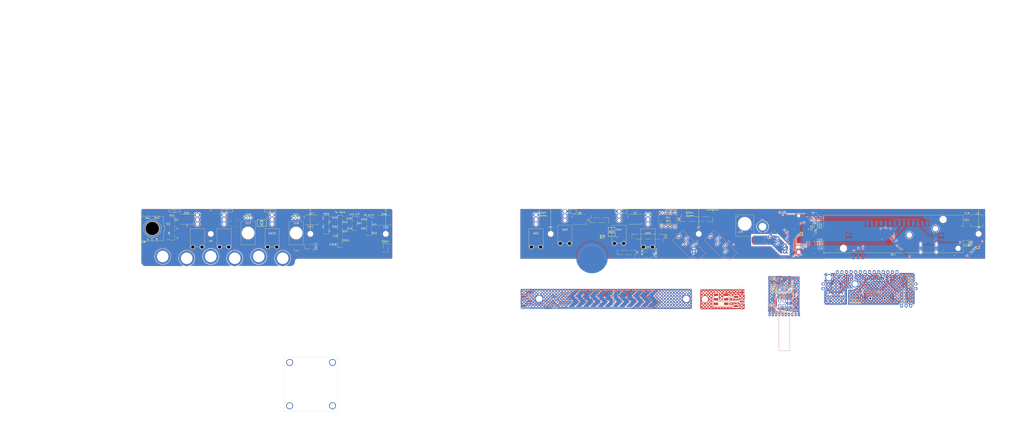
<source format=kicad_pcb>
(kicad_pcb (version 20211014) (generator pcbnew)
  (layers (0 "F.Cu" signal) (31 "B.Cu" signal) (34 "B.Paste" user) (35 "F.Paste" user) (36 "B.SilkS" user "B.Silkscreen") (37 "F.SilkS" user "F.Silkscreen") (38 "B.Mask" user) (39 "F.Mask" user) (44 "Edge.Cuts" user))
  (net 0 "")
  (net 5 "Net-(C10-Pad1)")
  (net 6 "/MainBoard/power/batt+")
  (net 7 "/MainBoard/main_gnd")
  (net 8 "/MainBoard/main_3v3")
  (net 9 "Net-(C2-Pad1)")
  (net 10 "/LHBoard/lh_gnd")
  (net 11 "Net-(C15-Pad1)")
  (net 12 "Net-(D1-Pad2)")
  (net 13 "Net-(D1-Pad1)")
  (net 14 "Net-(R1-Pad2)")
  (net 15 "Net-(R2-Pad2)")
  (net 16 "Net-(R3-Pad2)")
  (net 17 "Net-(R5-Pad1)")
  (net 18 "Net-(R4-Pad1)")
  (net 19 "Net-(C4-Pad1)")
  (net 20 "Net-(C4-Pad2)")
  (net 21 "Net-(IC2-Pad7)")
  (net 22 "Net-(C5-Pad2)")
  (net 23 "Net-(IC1-Pad4)")
  (net 24 "Net-(IC1-Pad5)")
  (net 25 "Net-(IC1-Pad6)")
  (net 26 "Net-(IC1-Pad7)")
  (net 27 "/DAC/dac_3v3in")
  (net 28 "/DAC/dac_gnd")
  (net 29 "/MainBoard/main_5v")
  (net 30 "/MainBoard/power/5v reg out")
  (net 31 "Net-(C19-Pad1)")
  (net 32 "Net-(C27-Pad1)")
  (net 33 "/LHBoard/lh_3v3")
  (net 34 "Net-(C31-Pad1)")
  (net 35 "/Pitchboard/pitch_gnd")
  (net 38 "/Pitchboard/pitch_3v3")
  (net 40 "Net-(C5-Pad1)")
  (net 41 "/MainBoard/TX2_WS2812_DATA")
  (net 42 "Net-(D7-Pad2)")
  (net 43 "Net-(D17-Pad2)")
  (net 44 "/MainBoard/main usb 5v in")
  (net 45 "/USBSocket/GND_USB")
  (net 46 "/USBSocket/usb bus 5v in")
  (net 47 "/USBSocket/USB data in +")
  (net 48 "/USBSocket/USB data in -")
  (net 49 "/microSD/sdio_cs")
  (net 50 "Net-(D16-Pad2)")
  (net 51 "Net-(D25-Pad2)")
  (net 52 "/MainBoard/i2c0_scl")
  (net 53 "/MainBoard/i2c0_sda")
  (net 54 "Net-(IC3-Pad4)")
  (net 55 "Net-(IC3-Pad5)")
  (net 56 "Net-(IC3-Pad6)")
  (net 57 "Net-(IC3-Pad7)")
  (net 58 "Net-(IC3-Pad9)")
  (net 59 "Net-(IC3-Pad10)")
  (net 60 "Net-(IC3-Pad11)")
  (net 61 "/MainBoard/ws2812 data out to LH")
  (net 63 "/LHBoard/lh_sck")
  (net 64 "/LHBoard/lh_sda")
  (net 66 "Net-(J3-Pad4)")
  (net 68 "Net-(J4-Pad2)")
  (net 70 "Net-(J4-Pad4)")
  (net 72 "Net-(J5-PadA5)")
  (net 73 "/MainBoard/USB data in +")
  (net 74 "/MainBoard/USB data in -")
  (net 75 "Net-(J5-PadB5)")
  (net 76 "Net-(J8-Pad2)")
  (net 77 "Net-(J8-Pad3)")
  (net 78 "Net-(J8-Pad4)")
  (net 79 "Net-(J8-Pad5)")
  (net 80 "Net-(J8-Pad6)")
  (net 81 "Net-(J8-Pad7)")
  (net 82 "Net-(J8-Pad8)")
  (net 83 "Net-(J8-Pad9)")
  (net 84 "Net-(J8-Pad10)")
  (net 85 "Net-(J8-Pad11)")
  (net 87 "/MainBoard/sdio_cs")
  (net 88 "/MainBoard/sdio_mosi")
  (net 89 "/MainBoard/sdio_clock")
  (net 90 "/MainBoard/sdio_miso")
  (net 95 "/MainBoard/i2s_lrck")
  (net 96 "/MainBoard/i2s_din")
  (net 97 "/MainBoard/i2s_bck")
  (net 98 "/MainBoard/RX1=MIDI IN")
  (net 99 "/MainBoard/TX1=MIDI OUT")
  (net 100 "/microSD/sdio_mosi")
  (net 101 "Net-(R15-Pad1)")
  (net 102 "Net-(R16-Pad1)")
  (net 103 "Net-(R19-Pad1)")
  (net 104 "Net-(R20-Pad1)")
  (net 105 "Net-(R35-Pad1)")
  (net 106 "Net-(R36-Pad1)")
  (net 107 "/LHBoard/encoder SW")
  (net 108 "/LHBoard/encoder B")
  (net 109 "/LHBoard/encoder A")
  (net 110 "/PressureBoard/pressure_gnd")
  (net 111 "/PressureBoard/pressure_3v3")
  (net 114 "/PressureBoard/pressure_sda")
  (net 115 "/PressureBoard/pressure_sck")
  (net 120 "/microSD/3v3")
  (net 129 "/MainBoard/ENC_A")
  (net 131 "/MainBoard/ENC_B")
  (net 133 "/MainBoard/oled_dc")
  (net 135 "/MainBoard/oled_res")
  (net 140 "/MainBoard/oled_cs")
  (net 141 "/MainBoard/spi0_sck")
  (net 143 "/MainBoard/spi0_sda")
  (net 159 "Net-(J6-Pad1)")
  (net 160 "Net-(J6-Pad2)")
  (net 161 "Net-(J6-Pad3)")
  (net 162 "Net-(J6-Pad4)")
  (net 171 "Net-(J18-Pad1)")
  (net 172 "Net-(J18-Pad2)")
  (net 173 "Net-(J18-Pad3)")
  (net 174 "Net-(J18-Pad4)")
  (net 175 "Net-(U10-Pad12)")
  (net 176 "Net-(U10-Pad13)")
  (net 177 "Net-(U10-Pad14)")
  (net 178 "Net-(U10-Pad15)")
  (net 179 "Net-(U10-Pad16)")
  (net 180 "Net-(U10-Pad17)")
  (net 183 "/Pitchboard/pitch_sck")
  (net 184 "/Pitchboard/pitch_sda")
  (net 187 "Net-(C6-Pad1)")
  (net 188 "/DAC/D3v3")
  (net 189 "Net-(C9-Pad1)")
  (net 190 "/DAC/a3v3")
  (net 191 "/LHBoard/ws2812 data from main")
  (net 193 "/microSD/sdio_clock")
  (net 194 "/microSD/gnd")
  (net 195 "/microSD/sdio_miso")
  (net 196 "/MainBoard/main_batt_key_1")
  (net 197 "/MainBoard/main_program_switch_1")
  (net 198 "/MainBoard/main_batt_led1")
  (net 199 "/MainBoard/main_batt_led2")
  (net 200 "/MainBoard/main_batt_led3")
  (net 201 "Net-(D2-Pad1)")
  (net 202 "Net-(D2-Pad2)")
  (net 203 "Net-(D4-Pad2)")
  (net 204 "/DAC/dac_i2s_lrck")
  (net 205 "/DAC/dac_i2s_din")
  (net 206 "/DAC/dac_i2s_bck")
  (net 207 "/DAC/dac_sw2")
  (net 208 "/DAC/dac_sw1")
  (net 209 "Net-(J13-Pad11)")
  (net 210 "Net-(J13-Pad12)")
  (net 211 "Net-(J13-Pad13)")
  (net 212 "/DAC/dac_audio_out_L")
  (net 213 "/DAC/dac_audio_out_r")
  (net 214 "Net-(J13-Pad14)")
  (net 215 "Net-(C18-Pad1)")
  (net 220 "/MainBoard/audio_gnd")
  (net 221 "Net-(J16-Pad2)")
  (net 222 "Net-(J16-Pad4)")
  (net 228 "unconnected-(J17-PadSUSB)")
  (net 229 "Net-(R11-Pad2)")
  (footprint "Resistor_SMD:R_0402_1005Metric" (layer "F.Cu") (at -254.689196 232.297034 180)
    (fp_text reference "R17")
    (fp_text value "4.7k")
  )
  (footprint "Capacitor_SMD:C_0402_1005Metric" (layer "F.Cu") (at -51.251696 236.397034 -90)
    (fp_text reference "C16")
    (fp_text value "10uF")
  )
  (footprint "Capacitor_SMD:C_0402_1005Metric" (layer "F.Cu") (at -284.439196 271.397034 180)
    (fp_text reference "C31" hide)
    (fp_text value "0.1uF")
  )
  (footprint "Capacitor_SMD:C_0402_1005Metric" (layer "F.Cu") (at -455.739196 223.247034 90)
    (fp_text reference "C29" hide)
    (fp_text value "0.1uF")
  )
  (footprint "Connector_PinHeader_2.54mm:PinHeader_1x02_P2.54mm_Vertical_SMD_Pin1Right" (layer "F.Cu") (at -374.789196 238.897034)
    (fp_text reference "SW14")
    (fp_text value "SW_y2")
  )
  (footprint "MountingHole:MountingHole_2.7mm_M2.5" (layer "F.Cu") (at -201.251696 231.197034)
    (fp_text reference "H7")
    (fp_text value "MountingHole")
  )
  (footprint "MountingHole:MountingHole_2.7mm_M2.5" (layer "F.Cu") (at -208.139196 267.197034)
    (fp_text reference "H3")
    (fp_text value "MountingHole")
  )
  (footprint "Resistor_SMD:R_0402_1005Metric" (layer "F.Cu") (at -148.383183 265.453527 -90)
    (fp_text reference "R5")
    (fp_text value "470R")
  )
  (footprint "clarinoid2:MB2511S2G45" (layer "F.Cu") (at -291.389196 225.762034)
    (fp_text reference "SW2")
    (fp_text value "sw_RHx1")
  )
  (footprint "SamacSys_Parts:SOP65P640X110-16N" (layer "F.Cu") (at -443.289196 225.197034 -90)
    (fp_text reference "IC3")
    (fp_text value "PCA9554APW,118" hide)
  )
  (footprint "SamacSys_Parts:ABPMAND001PG2A3" (layer "F.Cu") (at -188.851696 267.397034 -90)
    (fp_text reference "U1")
    (fp_text value "Pressure1_0x28_I2C0" hide)
  )
  (footprint "Capacitor_SMD:C_0603_1608Metric" (layer "F.Cu") (at -134.151696 235.897034)
    (fp_text reference "C25")
    (fp_text value "22uF")
  )
  (footprint "Connector_PinHeader_2.54mm:PinHeader_1x05_P2.54mm_Vertical_SMD_Pin1Right" (layer "F.Cu") (at -492.959196 228.237034 180)
    (fp_text reference "J21" hide)
    (fp_text value "encoder header")
  )
  (footprint "Capacitor_SMD:C_0402_1005Metric" (layer "F.Cu") (at -148.883183 260.343527 90)
    (fp_text reference "C13")
    (fp_text value "0.1uF")
  )
  (footprint "Capacitor_SMD:C_0603_1608Metric" (layer "F.Cu") (at -134.151696 237.497034)
    (fp_text reference "C24")
    (fp_text value "22uF")
  )
  (footprint "Resistor_SMD:R_0402_1005Metric" (layer "F.Cu") (at -92.051696 265.197034 -90)
    (fp_text reference "R11")
    (fp_text value "10k")
  )
  (footprint "clarinoid2:SSD1306_128x64_approximate" (layer "F.Cu") (at -460.266132 300.001076)
    (fp_text reference "U17" hide)
    (fp_text value "OLED graphic")
  )
  (footprint "SamacSys_Parts:SOIC127P599X155-9N" (layer "F.Cu") (at -46.851696 238.697034)
    (fp_text reference "IC2")
    (fp_text value "Injoinic IP5306 battery charge" hide)
  )
  (footprint "Package_TO_SOT_SMD:SOT-23-5" (layer "F.Cu") (at -134.951696 222.097034 180)
    (fp_text reference "U7")
    (fp_text value "TLV75733PDBV")
  )
  (footprint "Capacitor_SMD:C_0402_1005Metric" (layer "F.Cu") (at -159.783183 259.643527 180)
    (fp_text reference "C7")
    (fp_text value "10uF")
  )
  (footprint "MountingHole:MountingHole_2.7mm_M2.5" (layer "F.Cu") (at -46.251696 231.197034)
    (fp_text reference "H5")
    (fp_text value "MountingHole")
  )
  (footprint "Package_TO_SOT_SMD:SOT-23-5" (layer "F.Cu") (at -158.583183 265.243527)
    (fp_text reference "U5")
    (fp_text value "TLV75533PDBV")
  )
  (footprint "Capacitor_SMD:C_0402_1005Metric" (layer "F.Cu") (at -147.783183 260.343527 90)
    (fp_text reference "C12")
    (fp_text value "10uF")
  )
  (footprint "clarinoid2:MB2511S2G45" (layer "F.Cu") (at -464.176696 225.762034)
    (fp_text reference "SW11" hide)
    (fp_text value "SW_x2")
  )
  (footprint "Resistor_SMD:R_0402_1005Metric" (layer "F.Cu") (at -53.751696 223.097034 90)
    (fp_text reference "R12" hide)
    (fp_text value "0.5R")
  )
  (footprint "LED_SMD:LED_0402_1005Metric" (layer "F.Cu") (at -87.656207 260.392523)
    (fp_text reference "D2" hide)
    (fp_text value "25%")
  )
  (footprint "Capacitor_SMD:C_0402_1005Metric" (layer "F.Cu") (at -153.783183 262.143527)
    (fp_text reference "C5")
    (fp_text value "2.2uF")
  )
  (footprint "Battery:BatteryHolder_Keystone_1042_1x18650" (layer "F.Cu") (at -93.469196 231.197034 180)
    (fp_text reference "BT1")
    (fp_text value "Battery_Cell")
  )
  (footprint "clarinoid2:solder point DIP 1x2" (layer "F.Cu") (at -424.289196 222.197034)
    (fp_text reference "SW7")
    (fp_text value "SW_OK")
  )
  (footprint "Connector_PinHeader_2.54mm:PinHeader_1x04_P2.54mm_Vertical_SMD_Pin1Right" (layer "F.Cu") (at -256.326696 223.597034 90)
    (fp_text reference "J7")
    (fp_text value "I2C HEADER main to PITCH")
  )
  (footprint "Resistor_SMD:R_0402_1005Metric" (layer "F.Cu") (at -226.026696 240.722034 -90)
    (fp_text reference "R15")
    (fp_text value "10k")
  )
  (footprint "clarinoid2:USB_C_Receptacle_XKB_U262-16XN-4BVC11" (layer "F.Cu") (at -125.306207 267.217523)
    (fp_text reference "J5" hide)
    (fp_text value "XKB_U262-16XN-4BVC11 USB-C recept")
  )
  (footprint "Resistor_SMD:R_0402_1005Metric" (layer "F.Cu") (at -161.383183 270.543527 90)
    (fp_text reference "R2")
    (fp_text value "22R")
  )
  (footprint "clarinoid2:MB2511S4W01-BC" (layer "F.Cu") (at -424.276696 230.697034)
    (fp_text reference "U16")
    (fp_text value "BACK cutout")
  )
  (footprint "MountingHole:MountingHole_2.7mm_M2.5" (layer "F.Cu") (at -197.851696 267.397034)
    (fp_text reference "H8")
    (fp_text value "MountingHole")
  )
  (footprint "Capacitor_SMD:C_0402_1005Metric" (layer "F.Cu") (at -230.026696 239.997034)
    (fp_text reference "C27")
    (fp_text value "0.1uF")
  )
  (footprint "Connector_PinHeader_2.54mm:PinHeader_1x07_P2.54mm_Vertical_SMD_Pin1Right" (layer "F.Cu") (at -202.426696 222.997034 90)
    (fp_text reference "J9")
    (fp_text value "OLED_HEADER")
  )
  (footprint "Capacitor_SMD:C_0603_1608Metric" (layer "F.Cu") (at -134.426696 226.197034 180)
    (fp_text reference "C23")
    (fp_text value "0.1uF")
  )
  (footprint "Capacitor_SMD:C_0402_1005Metric" (layer "F.Cu") (at -148.183183 257.943527 90)
    (fp_text reference "C4")
    (fp_text value "2.2uF")
  )
  (footprint "Resistor_SMD:R_0402_1005Metric" (layer "F.Cu") (at -160.283183 270.543527 90)
    (fp_text reference "R1")
    (fp_text value "22R")
  )
  (footprint "Diode_SMD:D_SOD-323" (layer "F.Cu") (at -218.276696 224.597034 180)
    (fp_text reference "D1")
    (fp_text value "1N4148WS")
  )
  (footprint "Connector_PinHeader_2.54mm:PinHeader_1x07_P2.54mm_Vertical_SMD_Pin1Right" (layer "F.Cu") (at -229.289196 232.697034 -90)
    (fp_text reference "J12")
    (fp_text value "main header multi to LH")
  )
  (footprint "clarinoid2:MB2511S2G45" (layer "F.Cu") (at -229.389196 225.762034)
    (fp_text reference "SW5")
    (fp_text value "sw_RHx4")
  )
  (footprint "Capacitor_SMD:C_0402_1005Metric" (layer "F.Cu") (at -218.256696 220.997034 180)
    (fp_text reference "C14")
    (fp_text value "0.1uF")
  )
  (footprint "clarinoid2:MB2511S2G45" (layer "F.Cu") (at -245.389196 223.762034)
    (fp_text reference "SW4")
    (fp_text value "sw_RHx3")
  )
  (footprint "Capacitor_SMD:C_0402_1005Metric" (layer "F.Cu") (at -52.951696 238.797034)
    (fp_text reference "C15")
    (fp_text value "10uF")
  )
  (footprint "clarinoid2:Sinhoo SMTSO2530CTJ" (layer "F.Cu") (at -165.901696 227.197034)
    (fp_text reference "H1")
    (fp_text value "M.2 riser 2.5mm")
  )
  (footprint "LED_SMD:LED_WS2812B_PLCC4_5.0x5.0mm_P3.2mm" (layer "F.Cu") (at -267.251696 223.197034)
    (fp_text reference "D8")
    (fp_text value "WS2812B")
  )
  (footprint "Capacitor_SMD:C_0603_1608Metric" (layer "F.Cu") (at -134.426696 224.597034 180)
    (fp_text reference "C20")
    (fp_text value "0.22uF")
  )
  (footprint "Resistor_SMD:R_0402_1005Metric" (layer "F.Cu") (at -457.229196 222.847034)
    (fp_text reference "R35" hide)
    (fp_text value "10k")
  )
  (footprint "MountingHole:MountingHole_2.7mm_M2.5" (layer "F.Cu") (at -471.589196 231.202034)
    (fp_text reference "H9")
    (fp_text value "MountingHole")
  )
  (footprint "clarinoid2:SOFNG TF-15x15 (LCSC C111196)" (layer "F.Cu") (at -101.146207 263.017523)
    (fp_text reference "J11")
    (fp_text value "microSD SOFNG TF-15x15" hide)
  )
  (footprint "Resistor_SMD:R_0805_2012Metric" (layer "F.Cu") (at -218.289196 222.597034 180)
    (fp_text reference "R7")
    (fp_text value "470R")
  )
  (footprint "Connector_PinHeader_2.54mm:PinHeader_1x02_P2.54mm_Vertical_SMD_Pin1Right" (layer "F.Cu") (at -416.789196 238.197034 -90)
    (fp_text reference "SW13")
    (fp_text value "SW_y1")
  )
  (footprint "Capacitor_SMD:C_0402_1005Metric" (layer "F.Cu") (at -159.783183 258.543527 180)
    (fp_text reference "C10")
    (fp_text value "0.1uF")
  )
  (footprint "Resistor_SMD:R_0805_2012Metric" (layer "F.Cu") (at -221.776696 224.497034 180)
    (fp_text reference "R6")
    (fp_text value "220R")
  )
  (footprint "Capacitor_SMD:C_0603_1608Metric" (layer "F.Cu") (at -134.151696 239.097034)
    (fp_text reference "C22")
    (fp_text value "22uF")
  )
  (footprint "Resistor_SMD:R_0402_1005Metric" (layer "F.Cu") (at -282.539196 267.697034 90)
    (fp_text reference "R19" hide)
    (fp_text value "10k")
  )
  (footprint "clarinoid2:Bourns_POT_PTR902-2020K-A103 Panel interconnect" (layer "F.Cu") (at -175.751696 225.597034)
    (fp_text reference "J19")
    (fp_text value "clarinoid3 DAC and POT subboard interconnect")
  )
  (footprint "Capacitor_SMD:C_0402_1005Metric" (layer "F.Cu") (at -460.439196 222.547034 90)
    (fp_text reference "C2" hide)
    (fp_text value "0.1uF")
  )
  (footprint "Capacitor_SMD:C_0603_1608Metric" (layer "F.Cu") (at -134.151696 240.697034)
    (fp_text reference "C18")
    (fp_text value "22uF")
  )
  (footprint "Capacitor_SMD:C_0402_1005Metric" (layer "F.Cu") (at -146.883183 265.953527)
    (fp_text reference "C9")
    (fp_text value "2.2uF")
  )
  (footprint "clarinoid2:Teensy_4.0_MicroMod outline fab" (layer "F.Cu") (at -148.401696 228.497034 180)
    (fp_text reference "U3" hide)
    (fp_text value "Micromod outline" hide)
  )
  (footprint "MountingHole:MountingHole_2.7mm_M2.5" (layer "F.Cu") (at -416.376696 231.202523)
    (fp_text reference "H11")
    (fp_text value "MountingHole")
  )
  (footprint "clarinoid2:clarinoid3-sd subboard castellated" (layer "F.Cu") (at -129.176207 255.392523)
    (fp_text reference "J13")
    (fp_text value "clarinoid3 main usb interconnect 12p")
  )
  (footprint "Capacitor_SMD:C_0603_1608Metric" (layer "F.Cu") (at -52.751696 224.897034)
    (fp_text reference "C21")
    (fp_text value "22uF")
  )
  (footprint "Connector_PinHeader_2.54mm:PinHeader_1x04_P2.54mm_Vertical_SMD_Pin1Right" (layer "F.Cu") (at -178.851696 267.397034)
    (fp_text reference "J1")
    (fp_text value "header i2c pressure")
  )
  (footprint "clarinoid2:Inductor_MCS0630-1R0MN2" (layer "F.Cu") (at -47.251696 227.297034)
    (fp_text reference "L1")
    (fp_text value "1uH")
  )
  (footprint "LED_SMD:LED_WS2812B_PLCC4_5.0x5.0mm_P3.2mm" (layer "F.Cu") (at -375.526696 223.697034)
    (fp_text reference "D16")
    (fp_text value "WS2812B")
  )
  (footprint "Resistor_SMD:R_0805_2012Metric" (layer "F.Cu") (at -201.381461 238.051799 45)
    (fp_text reference "R9")
    (fp_text value "47R")
  )
  (footprint "Resistor_SMD:R_0402_1005Metric" (layer "F.Cu") (at -282.439196 271.197034 90)
    (fp_text reference "R20" hide)
    (fp_text value "75k")
  )
  (footprint "NetTie:NetTie-2_SMD_Pad0.5mm" (layer "F.Cu") (at -159.383183 262.843527)
    (fp_text reference "NT1")
    (fp_text value "NetTie_2")
  )
  (footprint "Connector_PinHeader_2.54mm:PinHeader_1x04_P2.54mm_Vertical_SMD_Pin1Right" (layer "F.Cu") (at -241.326696 241.497034 -90)
    (fp_text reference "J6")
    (fp_text value "RH touch keys header")
  )
  (footprint "clarinoid2:XKB switch jlcpcb SW_TS-1187A-B-A-B" (layer "F.Cu") (at -114.656207 265.392523 180)
    (fp_text reference "SW6" hide)
    (fp_text value "sw_program")
  )
  (footprint "LED_SMD:LED_WS2812B_PLCC4_5.0x5.0mm_P3.2mm" (layer "F.Cu") (at -236.426696 223.097034)
    (fp_text reference "D7")
    (fp_text value "WS2812B")
  )
  (footprint "Connector_PinHeader_2.54mm:PinHeader_1x04_P2.54mm_Vertical_SMD_Pin1Right" (layer "F.Cu") (at -407.619196 225.967034)
    (fp_text reference "J18" hide)
    (fp_text value "header lh_keys")
  )
  (footprint "Capacitor_SMD:C_0402_1005Metric" (layer "F.Cu") (at -159.783183 256.343527)
    (fp_text reference "C11")
    (fp_text value "0.1uF")
  )
  (footprint "Capacitor_SMD:C_0402_1005Metric" (layer "F.Cu") (at -159.783183 257.443527)
    (fp_text reference "C8")
    (fp_text value "10uF")
  )
  (footprint "MountingHole:MountingHole_2.7mm_M2.5" (layer "F.Cu") (at -289.639196 267.197034)
    (fp_text reference "H2")
    (fp_text value "MountingHole")
  )
  (footprint "LED_SMD:LED_0402_1005Metric" (layer "F.Cu") (at -87.656207 255.892523)
    (fp_text reference "D5" hide)
    (fp_text value "100%")
  )
  (footprint "MountingHole:MountingHole_2.7mm_M2.5" (layer "F.Cu") (at -283.251696 231.197034)
    (fp_text reference "H4")
    (fp_text value "MountingHole")
  )
  (footprint "Resistor_SMD:R_0805_2012Metric" (layer "F.Cu") (at -127.176207 259.892523 -90)
    (fp_text reference "R14" hide)
    (fp_text value "5.1k")
  )
  (footprint "Package_SO:TSSOP-20_4.4x6.5mm_P0.65mm" (layer "F.Cu") (at -153.845683 257.718527 180)
    (fp_text reference "U4")
    (fp_text value "PCM5102A")
  )
  (footprint "LED_SMD:LED_WS2812B_PLCC4_5.0x5.0mm_P3.2mm" (layer "F.Cu") (at -484.926696 223.097034)
    (fp_text reference "D25")
    (fp_text value "WS2812B")
  )
  (footprint "MountingHole:MountingHole_2.7mm_M2.5" (layer "F.Cu") (at -374.626696 231.202523)
    (fp_text reference "H10")
    (fp_text value "MountingHole")
  )
  (footprint "clarinoid2:Bourns_ENC_PEC11R-4215F-S0024 panel cutout shaft downward" (layer "F.Cu") (at -503.989196 228.202523)
    (fp_text reference "U18")
    (fp_text value "encoder cutout")
  )
  (footprint "Resistor_SMD:R_0402_1005Metric" (layer "F.Cu") (at -254.689196 231.197034 180)
    (fp_text reference "R18")
    (fp_text value "4.7k")
  )
  (footprint "clarinoid2:solder point DIP 1x2" (layer "F.Cu") (at -450.789196 222.197034)
    (fp_text reference "SW9")
    (fp_text value "SW_BACK")
  )
  (footprint "Connector_PinHeader_2.54mm:PinHeader_1x07_P2.54mm_Vertical_SMD_Pin1Right" (layer "F.Cu") (at -399.959196 229.717034)
    (fp_text reference "J10" hide)
    (fp_text value "LH header multi to main")
  )
  (footprint "clarinoid2:XKB switch jlcpcb SW_TS-1187A-B-A-B" (layer "F.Cu") (at -87.656207 265.392523)
    (fp_text reference "SW1" hide)
    (fp_text value "sw_batteryindicator")
  )
  (footprint "NetTie:NetTie-2_SMD_Pad0.5mm" (layer "F.Cu") (at -137.651696 227.897034 90)
    (fp_text reference "NT2")
    (fp_text value "NetTie_2")
  )
  (footprint "LED_SMD:LED_0402_1005Metric" (layer "F.Cu") (at -87.656207 258.892523)
    (fp_text reference "D3" hide)
    (fp_text value "50%")
  )
  (footprint "Resistor_SMD:R_0402_1005Metric" (layer "F.Cu") (at -231.426696 241.622034 90)
    (fp_text reference "R16")
    (fp_text value "75k")
  )
  (footprint "Connector_PinHeader_2.54mm:PinHeader_1x04_P2.54mm_Vertical_SMD_Pin1Right" (layer "F.Cu") (at -383.789196 226.927034)
    (fp_text reference "J14" hide)
    (fp_text value "header_i2c_lh to pressure")
  )
  (footprint "Package_DFN_QFN:UQFN-20_3x3mm_P0.4mm" (layer "F.Cu") (at -279.639196 269.197034)
    (fp_text reference "U11" hide)
    (fp_text value "MPR121, 0x5A")
  )
  (footprint "Connector_PinHeader_2.54mm:PinHeader_1x04_P2.54mm_Vertical_SMD_Pin1Right" (layer "F.Cu") (at -296.526696 267.197034)
    (fp_text reference "J2")
    (fp_text value "lh_header_i2c_main")
  )
  (footprint "Connector_PinHeader_2.54mm:PinHeader_1x03_P2.54mm_Vertical_SMD_Pin1Right" (layer "F.Cu") (at -391.844196 225.343034)
    (fp_text reference "U9" hide)
    (fp_text value "WS2812_HEADER LH to external")
  )
  (footprint "Capacitor_SMD:C_0402_1005Metric" (layer "F.Cu") (at -282.039196 266.197034)
    (fp_text reference "C32" hide)
    (fp_text value "0.1uF")
  )
  (footprint "clarinoid2:MB2511S2G45" (layer "F.Cu") (at -478.976696 225.762034)
    (fp_text reference "SW12" hide)
    (fp_text value "SW_x3")
  )
  (footprint "Resistor_SMD:R_0805_2012Metric" (layer "F.Cu") (at -211.126696 235.997034 -135)
    (fp_text reference "R8")
    (fp_text value "47R")
  )
  (footprint "Capacitor_SMD:C_0603_1608Metric" (layer "F.Cu") (at -52.751696 221.297034)
    (fp_text reference "C19")
    (fp_text value "22uF")
  )
  (footprint "Capacitor_SMD:C_0402_1005Metric" (layer "F.Cu") (at -136.551696 226.497034 90)
    (fp_text reference "C17")
    (fp_text value "10uF")
  )
  (footprint "Capacitor_SMD:C_0402_1005Metric" (layer "F.Cu") (at -158.883183 261.343527 90)
    (fp_text reference "C3")
    (fp_text value "0.1uF")
  )
  (footprint "Resistor_SMD:R_0402_1005Metric" (layer "F.Cu") (at -461.439196 224.547034 90)
    (fp_text reference "R36" hide)
    (fp_text value "75k")
  )
  (footprint "Capacitor_SMD:C_0402_1005Metric" (layer "F.Cu") (at -159.983183 261.343527 90)
    (fp_text reference "C1")
    (fp_text value "10uF")
  )
  (footprint "Resistor_SMD:R_0402_1005Metric" (layer "F.Cu") (at -159.183183 270.543527 90)
    (fp_text reference "R3")
    (fp_text value "22R")
  )
  (footprint "clarinoid2:MB2511S2G45" (layer "F.Cu") (at -275.389196 223.762034)
    (fp_text reference "SW3")
    (fp_text value "sw_RHx2")
  )
  (footprint "Capacitor_SMD:C_0402_1005Metric" (layer "F.Cu") (at -137.651696 229.897034 -90)
    (fp_text reference "C26")
    (fp_text value "0.1uF")
  )
  (footprint "Resistor_SMD:R_0603_1608Metric" (layer "F.Cu") (at -52.751696 236.697034 -90)
    (fp_text reference "R10")
    (fp_text value "2R")
  )
  (footprint "SamacSys_Parts:21992304" (layer "F.Cu") (at -144.251696 231.197034 -90)
    (fp_text reference "U2")
    (fp_text value "APCI0108-P001A Teensy_4.0_MicroMod" hide)
  )
  (footprint "Resistor_SMD:R_0805_2012Metric" (layer "F.Cu") (at -123.068707 259.892523 -90)
    (fp_text reference "R13" hide)
    (fp_text value "5.1k")
  )
  (footprint "LED_SMD:LED_WS2812B_PLCC4_5.0x5.0mm_P3.2mm" (layer "F.Cu") (at -415.626696 223.447034)
    (fp_text reference "D17")
    (fp_text value "WS2812B")
  )
  (footprint "Package_DFN_QFN:UQFN-20_3x3mm_P0.4mm" (layer "F.Cu") (at -228.726696 242.697034 -90)
    (fp_text reference "U8")
    (fp_text value "MPR121, 0x5A")
  )
  (footprint "Capacitor_SMD:C_0402_1005Metric" (layer "F.Cu") (at -153.807488 273.143527 180)
    (fp_text reference "C6")
    (fp_text value "2.2uF")
  )
  (footprint "Resistor_SMD:R_0402_1005Metric" (layer "F.Cu") (at -151.707488 273.443527 180)
    (fp_text reference "R4" hide)
    (fp_text value "470R")
  )
  (footprint "clarinoid2:MB2511S4W01-BC" (layer "F.Cu") (at -450.876696 230.697034)
    (fp_text reference "U15")
    (fp_text value "OK cutout")
  )
  (footprint "Capacitor_SMD:C_0402_1005Metric" (layer "F.Cu") (at -226.026696 242.702034 -90)
    (fp_text reference "C28")
    (fp_text value "0.1uF")
  )
  (footprint "SamacSys_Parts:SOP65P640X110-16N" (layer "F.Cu") (at -249.489196 230.097034 180)
    (fp_text reference "IC1")
    (fp_text value "PCA9554APW,118" hide)
  )
  (footprint "clarinoid2:MB2511S2G45" (layer "F.Cu") (at -437.576696 225.762034)
    (fp_text reference "SW10")
    (fp_text value "SW_x1")
  )
  (footprint "Package_DFN_QFN:UQFN-20_3x3mm_P0.4mm" (layer "F.Cu") (at -458.789196 225.697034 -90)
    (fp_text reference "U10" hide)
    (fp_text value "MPR121, 0x5A")
  )
  (footprint "LED_SMD:LED_0402_1005Metric" (layer "F.Cu") (at -87.656207 257.392523)
    (fp_text reference "D4" hide)
    (fp_text value "75%")
  )
  (footprint "clarinoid2:SWITCHCRAFT_35RAPC4BV4_OvalHoles" (layer "B.Cu") (at -206.594842 238.197034 135)
    (fp_text reference "J4")
    (fp_text value "MIDI OUT")
  )
  (footprint "clarinoid2:SWITCHCRAFT_35RAPC4BV4_OvalHoles" (layer "B.Cu") (at -189.094842 238.197034 135)
    (fp_text reference "J3")
    (fp_text value "MIDI IN")
  )
  (footprint "CapTouchSliders:CaptouchSlider_Masked_H3x3_A1.0mm_x12" (layer "B.Cu") (at -223.540174 269.697034 180)
    (fp_text reference "J8")
    (fp_text value "CapTouchSlider3")
  )
  (footprint "clarinoid2:CLARINOID_M6_6OCTAVES_p13.3_offset1.0mm" (layer "B.Cu") (at -431.689196 244.697034 180)
    (fp_text reference "U12")
    (fp_text value "octave_keys_6")
  )
  (footprint "Package_DIP:DIP-8_W7.62mm" (layer "B.Cu") (at -214.414196 227.122034 90)
    (fp_text reference "U6")
    (fp_text value "6N138")
  )
  (footprint "clarinoid2:SWITCHCRAFT_35RAPC4BV4_OvalHoles" (layer "B.Cu") (at -156.094842 238.197034 135)
    (fp_text reference "J16")
    (fp_text value "AudioOut")
  )
  (footprint "clarinoid2:Bourns_POT_PTR902-2020K-A103 Panel subboard castellated header" (layer "B.Cu") (at -151.383183 270.843527)
    (fp_text reference "J15")
    (fp_text value "clarinoid3 DAC and POT subboard interconnect")
  )
  (footprint "SamacSys_Parts:PTR902-2020K-A103" (layer "B.Cu") (at -153.883183 275.843527 -90)
    (fp_text reference "R21")
    (fp_text value "PTR902-2020K-A103" hide)
  )
  (footprint "clarinoid2:clarinoid3-sd subboard smd" (layer "B.Cu") (at -84.619196 231.797034 180)
    (fp_text reference "J17")
    (fp_text value "clarinoid3 main usb interconnect 12p")
  )
  (gr_circle (center -145.901696 221.197034) (end -144.901696 221.197034) (layer "F.Cu") (width 0.2) (fill none))
  (gr_circle (center -260.394196 244.197034) (end -251.594196 244.197034) (layer "B.Cu") (width 0) (fill solid))
  (gr_line (start -289.639196 217.322034) (end -289.639196 220.197034) (layer "F.SilkS") (width 0.15))
  (gr_line (start -491.639196 217.197034) (end -491.639196 219.897034) (layer "F.SilkS") (width 0.15))
  (gr_rect (start -435.439196 217.697034) (end -441.839196 219.097034) (layer "F.SilkS") (width 0.15) (fill none))
  (gr_rect (start -488.439196 217.697034) (end -494.839196 219.097034) (layer "F.SilkS") (width 0.15) (fill none))
  (gr_line (start -472.126696 218.197034) (end -471.126696 218.197034) (layer "F.SilkS") (width 0.15))
  (gr_line (start -193.589196 217.322034) (end -193.589196 219.097034) (layer "F.SilkS") (width 0.15))
  (gr_line (start -201.251696 217.322034) (end -201.251696 231.197034) (layer "F.SilkS") (width 0.15))
  (gr_line (start -416.376696 231.197034) (end -416.376696 217.197034) (layer "F.SilkS") (width 0.15))
  (gr_line (start -216.589196 217.322034) (end -216.589196 219.097034) (layer "F.SilkS") (width 0.15))
  (gr_line (start -272.339196 217.322034) (end -272.339196 219.897034) (layer "F.SilkS") (width 0.15))
  (gr_rect (start -459.439196 217.697034) (end -465.839196 219.097034) (layer "F.SilkS") (width 0.15) (fill none))
  (gr_line (start -374.626696 231.197034) (end -374.626696 217.197034) (layer "F.SilkS") (width 0.15))
  (gr_rect (start -241.139196 217.462034) (end -247.539196 219.862034) (layer "F.SilkS") (width 0.15) (fill none))
  (gr_line (start -416.876696 218.197034) (end -415.876696 218.197034) (layer "F.SilkS") (width 0.15))
  (gr_rect (start -190.389196 217.697034) (end -196.789196 218.097034) (layer "F.SilkS") (width 0.15) (fill none))
  (gr_line (start -244.339196 217.322034) (end -244.339196 217.622034) (layer "F.SilkS") (width 0.15))
  (gr_line (start -208.139196 217.322034) (end -208.139196 220.197034) (layer "F.SilkS") (width 0.15))
  (gr_rect (start -213.389196 217.697034) (end -219.789196 218.097034) (layer "F.SilkS") (width 0.15) (fill none))
  (gr_line (start -46.251696 217.322034) (end -46.251696 231.197034) (layer "F.SilkS") (width 0.15))
  (gr_line (start -462.639196 217.397034) (end -462.639196 219.097034) (layer "F.SilkS") (width 0.15))
  (gr_line (start -471.626696 218.697034) (end -471.626696 217.197034) (layer "F.SilkS") (width 0.15))
  (gr_rect (start -269.139196 217.497034) (end -275.539196 219.897034) (layer "F.SilkS") (width 0.15) (fill none))
  (gr_line (start -283.251696 217.322034) (end -283.251696 231.197034) (layer "F.SilkS") (width 0.15))
  (gr_line (start -438.639196 217.197034) (end -438.639196 219.097034) (layer "F.SilkS") (width 0.15))
  (gr_line (start -375.126696 218.197034) (end -374.126696 218.197034) (layer "F.SilkS") (width 0.15))
  (gr_line (start -204.639196 262.197034) (end -204.639196 272.197034) (layer "Edge.Cuts") (width 0.1))
  (gr_line (start -42.339196 217.197034) (end -42.339196 245.197034) (layer "Edge.Cuts") (width 0.1))
  (gr_line (start -427.289196 249.197034) (end -507.789196 249.197034) (layer "Edge.Cuts") (width 0.1))
  (gr_line (start -132.176207 269.392523) (end -132.176207 253.892523) (layer "Edge.Cuts") (width 0.1))
  (gr_arc (start -176.351696 261.397034) (mid -175.644589 261.689927) (end -175.351696 262.397034) (layer "Edge.Cuts") (width 0.1))
  (gr_arc (start -267.394196 244.197034) (mid -267.687089 244.904141) (end -268.394196 245.197034) (layer "Edge.Cuts") (width 0.1))
  (gr_line (start -300.339196 217.197034) (end -42.339196 217.197034) (layer "Edge.Cuts") (width 0.1))
  (gr_arc (start -371.789196 217.197034) (mid -371.082089 217.489927) (end -370.789196 218.197034) (layer "Edge.Cuts") (width 0.1))
  (gr_line (start -268.394196 245.197034) (end -300.339196 245.197034) (layer "Edge.Cuts") (width 0.1))
  (gr_line (start -510.289196 218.197034) (end -510.289196 246.697034) (layer "Edge.Cuts") (width 0.1))
  (gr_line (start -299.339196 261.197034) (end -205.639196 261.197034) (layer "Edge.Cuts") (width 0.1))
  (gr_arc (start -130.676207 270.892523) (mid -131.736867 270.453183) (end -132.176207 269.392523) (layer "Edge.Cuts") (width 0.1))
  (gr_rect (start -162.983183 254.343527) (end -144.983183 275.843527) (layer "Edge.Cuts") (width 0.1) (fill none))
  (gr_line (start -81.176207 253.892523) (end -81.176207 269.392523) (layer "Edge.Cuts") (width 0.1))
  (gr_arc (start -424.789196 246.697034) (mid -424.349856 245.636374) (end -423.289196 245.197034) (layer "Edge.Cuts") (width 0.1))
  (gr_arc (start -200.851696 262.397034) (mid -200.558803 261.689927) (end -199.851696 261.397034) (layer "Edge.Cuts") (width 0.1))
  (gr_arc (start -300.339196 262.197034) (mid -300.046303 261.489927) (end -299.339196 261.197034) (layer "Edge.Cuts") (width 0.1))
  (gr_line (start -300.339196 272.197034) (end -300.339196 262.197034) (layer "Edge.Cuts") (width 0.1))
  (gr_rect (start -430.861132 299.406076) (end -401.111132 329.406076) (layer "Edge.Cuts") (width 0.1) (fill none))
  (gr_line (start -300.339196 245.197034) (end -300.339196 217.197034) (layer "Edge.Cuts") (width 0.1))
  (gr_line (start -200.851696 272.397034) (end -200.851696 262.397034) (layer "Edge.Cuts") (width 0.1))
  (gr_line (start -424.789196 246.697034) (end -424.789196 246.697034) (layer "Edge.Cuts") (width 0.1))
  (gr_arc (start -82.676207 252.392523) (mid -81.615547 252.831863) (end -81.176207 253.892523) (layer "Edge.Cuts") (width 0.1))
  (gr_arc (start -299.339196 273.197034) (mid -300.046303 272.904141) (end -300.339196 272.197034) (layer "Edge.Cuts") (width 0.1))
  (gr_line (start -42.339196 245.197034) (end -252.394196 245.197034) (layer "Edge.Cuts") (width 0.1))
  (gr_arc (start -175.351696 272.397034) (mid -175.644589 273.104141) (end -176.351696 273.397034) (layer "Edge.Cuts") (width 0.1))
  (gr_arc (start -424.789196 246.697034) (mid -425.521429 248.464801) (end -427.289196 249.197034) (layer "Edge.Cuts") (width 0.1))
  (gr_arc (start -507.789196 249.197034) (mid -509.556963 248.464801) (end -510.289196 246.697034) (layer "Edge.Cuts") (width 0.1))
  (gr_line (start -371.789196 245.197034) (end -423.289196 245.197034) (layer "Edge.Cuts") (width 0.1))
  (gr_arc (start -205.639196 261.197034) (mid -204.932089 261.489927) (end -204.639196 262.197034) (layer "Edge.Cuts") (width 0.1))
  (gr_arc (start -132.176207 253.892523) (mid -131.736867 252.831863) (end -130.676207 252.392523) (layer "Edge.Cuts") (width 0.1))
  (gr_line (start -509.289196 217.197034) (end -371.789196 217.197034) (layer "Edge.Cuts") (width 0.1))
  (gr_arc (start -252.394196 245.197034) (mid -253.101303 244.904141) (end -253.394196 244.197034) (layer "Edge.Cuts") (width 0.1))
  (gr_line (start -176.351696 273.397034) (end -199.851696 273.397034) (layer "Edge.Cuts") (width 0.1))
  (gr_line (start -370.789196 218.197034) (end -370.789196 244.197034) (layer "Edge.Cuts") (width 0.1))
  (gr_line (start -130.676207 252.392523) (end -82.676207 252.392523) (layer "Edge.Cuts") (width 0.1))
  (gr_arc (start -510.289196 218.197034) (mid -509.996303 217.489927) (end -509.289196 217.197034) (layer "Edge.Cuts") (width 0.1))
  (gr_line (start -82.676207 270.892523) (end -130.676207 270.892523) (layer "Edge.Cuts") (width 0.1))
  (gr_arc (start -81.176207 269.392523) (mid -81.615547 270.453183) (end -82.676207 270.892523) (layer "Edge.Cuts") (width 0.1))
  (gr_line (start -205.639196 273.197034) (end -299.339196 273.197034) (layer "Edge.Cuts") (width 0.1))
  (gr_line (start -199.851696 261.397034) (end -176.351696 261.397034) (layer "Edge.Cuts") (width 0.1))
  (gr_arc (start -199.851696 273.397034) (mid -200.558803 273.104141) (end -200.851696 272.397034) (layer "Edge.Cuts") (width 0.1))
  (gr_arc (start -204.639196 272.197034) (mid -204.932089 272.904141) (end -205.639196 273.197034) (layer "Edge.Cuts") (width 0.1))
  (gr_line (start -175.351696 262.397034) (end -175.351696 272.397034) (layer "Edge.Cuts") (width 0.1))
  (gr_arc (start -370.789196 244.197034) (mid -371.082089 244.904141) (end -371.789196 245.197034) (layer "Edge.Cuts") (width 0.1))
  (gr_arc (start -267.394196 244.197034) (mid -260.394196 237.197034) (end -253.394196 244.197034) (layer "Edge.Cuts") (width 0.1))
  (gr_text "2" (at -406.289196 224.697034) (layer "F.SilkS") (effects (font (size 1 1)) (justify left)))
  (gr_text "GND" (at -385.189196 223.165523) (layer "F.SilkS") (effects (font (size 1 1)) (justify right)))
  (gr_text "SCK" (at -379.289196 230.827034) (layer "F.SilkS") (effects (font (size 1 1)) (justify right)))
  (gr_text "3v3" (at -379.589196 226.027034) (layer "F.SilkS") (effects (font (size 1 1)) (justify right)))
  (gr_text "S1" (at -494.289196 225.697034) (layer "F.SilkS") (effects (font (size 1 1)) (justify right)))
  (gr_text "GND" (at -401.289196 222.197034) (layer "F.SilkS") (effects (font (size 1 1)) (justify right)))
  (gr_text "BATT" (at -87.656207 269.392523) (layer "F.SilkS") (effects (font (size 1 1))))
  (gr_text "100%" (at -84.176207 255.892523) (layer "F.SilkS") (effects (font (size 1 1))))
  (gr_text "LED" (at -401.289196 232.257034) (layer "F.SilkS") (effects (font (size 1 1)) (justify right)))
  (gr_text "B" (at -494.289196 230.777034) (layer "F.SilkS") (effects (font (size 1 1)) (justify right)))
  (gr_text "To Main" (at -399.959196 219.197034) (layer "F.SilkS") (effects (font (size 1 1))))
  (gr_text "1" (at -408.949196 222.382034) (layer "F.SilkS") (effects (font (size 1 1)) (justify right)))
  (gr_text "I2C to Pr." (at -380.789196 220.727034) (layer "F.SilkS") (effects (font (size 0.8 0.8)) (justify right)))
  (gr_text "A" (at -489.459196 233.326034) (layer "F.SilkS") (effects (font (size 1 1)) (justify right)))
  (gr_text "4" (at -406.289196 229.552034) (layer "F.SilkS") (effects (font (size 1 1)) (justify left)))
  (gr_text "3v3" (at -398.629196 224.637034) (layer "F.SilkS") (effects (font (size 1 1)) (justify left)))
  (gr_text "keys" (at -407.626696 219.847034) (layer "F.SilkS") (effects (font (size 1 1))))
  (gr_text "3" (at -408.949196 227.237034) (layer "F.SilkS") (effects (font (size 1 1)) (justify right)))
  (gr_text "50%" (at -84.176207 258.892523) (layer "F.SilkS") (effects (font (size 1 1))))
  (gr_text "GND" (at -393.289196 222.697034) (layer "F.SilkS") (effects (font (size 1 1)) (justify right)))
  (gr_text "ENCA" (at -394.791696 234.797034) (layer "F.SilkS") (effects (font (size 1 1)) (justify right)))
  (gr_text "S2" (at -489.459196 223.382034) (layer "F.SilkS") (effects (font (size 1 1)) (justify right)))
  (gr_text "75%" (at -84.176207 257.392523) (layer "F.SilkS") (effects (font (size 1 1))))
  (gr_text "DAT" (at -387.689196 225.297034) (layer "F.SilkS") (effects (font (size 1 1)) (justify right)))
  (gr_text "enc." (at -492.959196 220.737034) (layer "F.SilkS") (effects (font (size 1 1))))
  (gr_text "3v3" (at -393.389196 228.197034) (layer "F.SilkS") (effects (font (size 1 1)) (justify right)))
  (gr_text "C" (at -489.459196 228.237034) (layer "F.SilkS") (effects (font (size 1 1)) (justify right)))
  (gr_text "pitch\nscrew" (at -208.139196 220.197034) (layer "F.SilkS") (effects (font (size 1 1)) (justify left)))
  (gr_text "LED EXT" (at -391.889196 220.297034) (layer "F.SilkS") (effects (font (size 1 1))))
  (gr_text "SCK" (at -398.629196 229.717034) (layer "F.SilkS") (effects (font (size 1 1)) (justify left)))
  (gr_text "pitch\nscrew" (at -289.639196 220.197034) (layer "F.SilkS") (effects (font (size 1 1)) (justify left)))
  (gr_text "SDA" (at -385.489196 228.197034) (layer "F.SilkS") (effects (font (size 1 1)) (justify right)))
  (gr_text "ENCB" (at -401.791696 237.112034) (layer "F.SilkS") (effects (font (size 1 1)) (justify right)))
  (gr_text "SDA" (at -401.289196 227.177034) (layer "F.SilkS") (effects (font (size 1 1)) (justify right)))
  (gr_text "25%" (at -84.176207 260.392523) (layer "F.SilkS") (effects (font (size 1 1))))
  (gr_text "PROGRAM" (at -114.656207 269.392523) (layer "F.SilkS") (effects (font (size 1 1))))
  (via (at -404.111132 326.406076) (size 3.8) (drill 3) (layers "F.Cu" "B.Cu") (net 0))
  (via (at -404.111132 302.406076) (size 3.8) (drill 3) (layers "F.Cu" "B.Cu") (net 0))
  (via (at -427.861132 302.406076) (size 3.8) (drill 3) (layers "F.Cu" "B.Cu") (net 0))
  (via (at -427.861132 326.406076) (size 3.8) (drill 3) (layers "F.Cu" "B.Cu") (net 0))
  (segment (start -159.303183 259.643527) (end -159.003183 259.343527) (width 0.2) (layer "F.Cu") (net 5))
  (segment (start -159.003183 259.343527) (end -159.003183 258.843527) (width 0.2) (layer "F.Cu") (net 5))
  (segment (start -159.003183 258.843527) (end -159.303183 258.543527) (width 0.2) (layer "F.Cu") (net 5))
  (segment (start -156.708183 259.343527) (end -159.003183 259.343527) (width 0.2) (layer "F.Cu") (net 5))
  (segment (start -53.526696 224.897034) (end -54.139196 225.509534) (width 0.5) (layer "F.Cu") (net 6))
  (segment (start -44.451696 224.112034) (end -44.451696 223.897034) (width 0.5) (layer "F.Cu") (net 6))
  (segment (start -51.536696 231.197034) (end -44.451696 224.112034) (width 0.5) (layer "F.Cu") (net 6))
  (segment (start -53.751696 223.607034) (end -53.751696 224.672034) (width 0.5) (layer "F.Cu") (net 6))
  (segment (start -53.751696 224.672034) (end -53.526696 224.897034) (width 0.5) (layer "F.Cu") (net 6))
  (segment (start -54.139196 225.509534) (end -54.139196 231.197034) (width 0.5) (layer "F.Cu") (net 6))
  (segment (start -54.139196 231.197034) (end -51.536696 231.197034) (width 0.5) (layer "F.Cu") (net 6))
  (segment (start -230.641696 241.897034) (end -231.426696 241.112034) (width 0.2) (layer "F.Cu") (net 7))
  (segment (start -135.127176 220.609054) (end -136.139196 219.597034) (width 0.2) (layer "F.Cu") (net 7))
  (segment (start -133.376696 235.897034) (end -133.376696 237.497034) (width 0.5) (layer "F.Cu") (net 7))
  (segment (start -139.602674 231.447034) (end -139.339196 231.710512) (width 0.2) (layer "F.Cu") (net 7))
  (segment (start -230.114196 241.897034) (end -230.641696 241.897034) (width 0.2) (layer "F.Cu") (net 7))
  (segment (start -140.626696 240.447034) (end -139.189196 240.447034) (width 0.2) (layer "F.Cu") (net 7))
  (segment (start -135.127176 221.132271) (end -135.127176 220.609054) (width 0.2) (layer "F.Cu") (net 7))
  (segment (start -229.126696 240.417034) (end -229.546696 239.997034) (width 0.2) (layer "F.Cu") (net 7))
  (segment (start -139.339196 232.683556) (end -139.602674 232.947034) (width 0.2) (layer "F.Cu") (net 7))
  (segment (start -139.189196 240.447034) (end -137.439196 242.197034) (width 0.2) (layer "F.Cu") (net 7))
  (segment (start -229.126696 241.309534) (end -229.126696 240.417034) (width 0.2) (layer "F.Cu") (net 7))
  (segment (start -139.339196 231.710512) (end -139.339196 232.683556) (width 0.2) (layer "F.Cu") (net 7))
  (segment (start -134.162413 222.097034) (end -135.127176 221.132271) (width 0.2) (layer "F.Cu") (net 7))
  (segment (start -133.814196 222.097034) (end -134.162413 222.097034) (width 0.2) (layer "F.Cu") (net 7))
  (segment (start -133.376696 239.097034) (end -133.376696 240.697034) (width 0.5) (layer "F.Cu") (net 7))
  (segment (start -140.626696 231.447034) (end -139.602674 231.447034) (width 0.2) (layer "F.Cu") (net 7))
  (segment (start -133.376696 237.497034) (end -133.376696 239.097034) (width 0.5) (layer "F.Cu") (net 7))
  (segment (start -139.602674 232.947034) (end -140.626696 232.947034) (width 0.2) (layer "F.Cu") (net 7))
  (via (at -59.589196 243.097034) (size 0.8) (drill 0.4) (layers "F.Cu" "B.Cu") (net 7))
  (via (at -140.339196 228.397034) (size 0.8) (drill 0.4) (layers "F.Cu" "B.Cu") (net 7))
  (via (at -51.439196 237.997034) (size 0.8) (drill 0.4) (layers "F.Cu" "B.Cu") (net 7))
  (via (at -135.839196 228.697034) (size 0.8) (drill 0.4) (layers "F.Cu" "B.Cu") (net 7))
  (via (at -131.739196 241.897034) (size 0.8) (drill 0.4) (layers "F.Cu" "B.Cu") (net 7))
  (via (at -99.619196 234.197034) (size 0.8) (drill 0.4) (layers "F.Cu" "B.Cu") (net 7))
  (via (at -149.439196 241.297034) (size 0.8) (drill 0.4) (layers "F.Cu" "B.Cu") (net 7))
  (via (at -47.239196 228.797034) (size 0.8) (drill 0.4) (layers "F.Cu" "B.Cu") (net 7))
  (via (at -232.489196 240.297034) (size 0.8) (drill 0.4) (layers "F.Cu" "B.Cu") (net 7))
  (via (at -46.489196 243.397034) (size 0.8) (drill 0.4) (layers "F.Cu" "B.Cu") (net 7))
  (via (at -65.619196 240.197034) (size 0.8) (drill 0.4) (layers "F.Cu" "B.Cu") (net 7))
  (via (at -137.439196 231.997034) (size 0.8) (drill 0.4) (layers "F.Cu" "B.Cu") (net 7))
  (via (at -136.139196 219.597034) (size 0.8) (drill 0.4) (layers "F.Cu" "B.Cu") (net 7))
  (via (at -137.439196 242.197034) (size 0.8) (drill 0.4) (layers "F.Cu" "B.Cu") (net 7))
  (via (at -96.619196 228.397034) (size 0.8) (drill 0.4) (layers "F.Cu" "B.Cu") (net 7))
  (via (at -55.789196 226.697034) (size 0.8) (drill 0.4) (layers "F.Cu" "B.Cu") (net 7))
  (via (at -92.619196 228.597034) (size 0.8) (drill 0.4) (layers "F.Cu" "B.Cu") (net 7))
  (segment (start -140.339196 229.097034) (end -140.339196 228.397034) (width 0.2) (layer "B.Cu") (net 7))
  (segment (start -137.439196 231.997034) (end -140.339196 229.097034) (width 0.2) (layer "B.Cu") (net 7))
  (segment (start -150.626696 222.197034) (end -153.626696 219.197034) (width 0.2) (layer "F.Cu") (net 8))
  (segment (start -146.639412 219.338523) (end -148.176696 220.875807) (width 0.5) (layer "F.Cu") (net 8))
  (segment (start -136.089196 222.895657) (end -139.64633 219.338523) (width 0.5) (layer "F.Cu") (net 8))
  (segment (start -176.526696 219.797034) (end -175.926696 219.197034) (width 0.2) (layer "F.Cu") (net 8))
  (segment (start -148.176696 220.875807) (end -148.176696 222.097523) (width 0.5) (layer "F.Cu") (net 8))
  (segment (start -224.851696 242.222034) (end -224.826696 242.197034) (width 0.2) (layer "F.Cu") (net 8))
  (segment (start -176.526696 220.362994) (end -176.526696 219.797034) (width 0.2) (layer "F.Cu") (net 8))
  (segment (start -136.089196 223.047034) (end -136.339196 223.047034) (width 0.2) (layer "F.Cu") (net 8))
  (segment (start -136.089196 223.047034) (end -136.089196 222.895657) (width 0.5) (layer "F.Cu") (net 8))
  (segment (start -182.051696 225.887994) (end -176.526696 220.362994) (width 0.2) (layer "F.Cu") (net 8))
  (segment (start -182.026696 237.097034) (end -182.051696 237.072034) (width 0.2) (layer "F.Cu") (net 8))
  (segment (start -182.051696 237.072034) (end -182.051696 234.597034) (width 0.2) (layer "F.Cu") (net 8))
  (segment (start -139.64633 219.338523) (end -146.639412 219.338523) (width 0.5) (layer "F.Cu") (net 8))
  (segment (start -175.926696 219.197034) (end -156.426696 219.197034) (width 0.2) (layer "F.Cu") (net 8))
  (segment (start -226.351696 241.897034) (end -226.026696 242.222034) (width 0.2) (layer "F.Cu") (net 8))
  (segment (start -226.026696 242.222034) (end -226.026696 241.232034) (width 0.2) (layer "F.Cu") (net 8))
  (segment (start -226.026696 242.222034) (end -224.851696 242.222034) (width 0.2) (layer "F.Cu") (net 8))
  (segment (start -227.339196 241.897034) (end -226.351696 241.897034) (width 0.2) (layer "F.Cu") (net 8))
  (segment (start -182.051696 234.597034) (end -182.051696 225.887994) (width 0.2) (layer "F.Cu") (net 8))
  (segment (start -136.339196 223.047034) (end -137.289196 223.997034) (width 0.2) (layer "F.Cu") (net 8))
  (segment (start -148.176696 222.197034) (end -150.626696 222.197034) (width 0.2) (layer "F.Cu") (net 8))
  (via (at -156.426696 219.197034) (size 0.8) (drill 0.4) (layers "F.Cu" "B.Cu") (net 8))
  (via (at -153.626696 219.197034) (size 0.8) (drill 0.4) (layers "F.Cu" "B.Cu") (net 8))
  (via (at -137.289196 223.997034) (size 0.8) (drill 0.4) (layers "F.Cu" "B.Cu") (net 8))
  (via (at -182.026696 237.097034) (size 0.8) (drill 0.4) (layers "F.Cu" "B.Cu") (net 8))
  (segment (start -94.369196 222.997034) (end -92.619196 224.747034) (width 0.2) (layer "B.Cu") (net 8))
  (segment (start -92.619196 224.747034) (end -92.619196 225.297034) (width 0.2) (layer "B.Cu") (net 8))
  (segment (start -137.289196 223.997034) (end -136.289196 222.997034) (width 0.2) (layer "B.Cu") (net 8))
  (segment (start -136.289196 222.997034) (end -94.369196 222.997034) (width 0.2) (layer "B.Cu") (net 8))
  (segment (start -156.426696 219.197034) (end -153.626696 219.197034) (width 0.2) (layer "B.Cu") (net 8))
  (segment (start -460.439196 223.459534) (end -459.589196 224.309534) (width 0.2) (layer "F.Cu") (net 9))
  (segment (start -460.439196 223.027034) (end -460.439196 223.459534) (width 0.2) (layer "F.Cu") (net 9))
  (segment (start -52.751696 237.522034) (end -53.431696 238.202034) (width 0.5) (layer "F.Cu") (net 11))
  (segment (start -53.431696 238.202034) (end -53.431696 238.797034) (width 0.5) (layer "F.Cu") (net 11))
  (segment (start -219.494196 227.122034) (end -219.494196 224.764534) (width 0.5) (layer "F.Cu") (net 12))
  (segment (start -219.494196 224.764534) (end -219.326696 224.597034) (width 0.5) (layer "F.Cu") (net 12))
  (segment (start -217.226696 226.849534) (end -216.954196 227.122034) (width 0.5) (layer "F.Cu") (net 13))
  (segment (start -223.283707 225.091545) (end -222.689196 224.497034) (width 0.5) (layer "F.Cu") (net 13))
  (segment (start -222.551761 228.371545) (end -223.283707 227.639599) (width 0.5) (layer "F.Cu") (net 13))
  (segment (start -217.226696 224.597034) (end -217.226696 226.849534) (width 0.5) (layer "F.Cu") (net 13))
  (segment (start -218.203707 228.371545) (end -222.551761 228.371545) (width 0.5) (layer "F.Cu") (net 13))
  (segment (start -223.283707 227.639599) (end -223.283707 225.091545) (width 0.5) (layer "F.Cu") (net 13))
  (segment (start -216.954196 227.122034) (end -218.203707 228.371545) (width 0.5) (layer "F.Cu") (net 13))
  (segment (start -158.723663 255.991472) (end -158.723663 256.030553) (width 0.2) (layer "F.Cu") (net 14))
  (segment (start -160.585238 255.734007) (end -158.981128 255.734007) (width 0.2) (layer "F.Cu") (net 14))
  (segment (start -158.981128 255.734007) (end -158.723663 255.991472) (width 0.2) (layer "F.Cu") (net 14))
  (segment (start -158.723663 256.030553) (end -157.360689 257.393527) (width 0.2) (layer "F.Cu") (net 14))
  (segment (start -161.882684 257.031453) (end -160.585238 255.734007) (width 0.2) (layer "F.Cu") (net 14))
  (segment (start -157.360689 257.393527) (end -156.708183 257.393527) (width 0.2) (layer "F.Cu") (net 14))
  (segment (start -160.283183 270.033527) (end -161.882684 268.434026) (width 0.2) (layer "F.Cu") (net 14))
  (segment (start -161.882684 268.434026) (end -161.882684 257.031453) (width 0.2) (layer "F.Cu") (net 14))
  (segment (start -158.627219 255.334497) (end -158.324153 255.637563) (width 0.2) (layer "F.Cu") (net 15))
  (segment (start -158.324153 255.825988) (end -157.406614 256.743527) (width 0.2) (layer "F.Cu") (net 15))
  (segment (start -162.282194 256.865969) (end -160.75072 255.334496) (width 0.2) (layer "F.Cu") (net 15))
  (segment (start -161.383183 270.033527) (end -162.282194 269.134516) (width 0.2) (layer "F.Cu") (net 15))
  (segment (start -162.282194 269.134516) (end -162.282194 256.865969) (width 0.2) (layer "F.Cu") (net 15))
  (segment (start -158.324153 255.637563) (end -158.324153 255.825988) (width 0.2) (layer "F.Cu") (net 15))
  (segment (start -157.406614 256.743527) (end -156.708183 256.743527) (width 0.2) (layer "F.Cu") (net 15))
  (segment (start -160.75072 255.334496) (end -158.627219 255.334497) (width 0.2) (layer "F.Cu") (net 15))
  (segment (start -159.183183 270.033527) (end -161.183183 268.033527) (width 0.2) (layer "F.Cu") (net 16))
  (segment (start -156.708183 256.093527) (end -156.658183 256.143527) (width 0.2) (layer "F.Cu") (net 16))
  (segment (start -156.658183 256.143527) (end -155.482683 256.143527) (width 0.2) (layer "F.Cu") (net 16))
  (segment (start -161.183183 268.033527) (end -161.183183 259.643527) (width 0.2) (layer "F.Cu") (net 16))
  (via (at -155.482683 256.143527) (size 0.8) (drill 0.4) (layers "F.Cu" "B.Cu") (net 16))
  (via (at -161.183183 259.643527) (size 0.8) (drill 0.4) (layers "F.Cu" "B.Cu") (net 16))
  (segment (start -157.683183 256.143527) (end -155.482683 256.143527) (width 0.2) (layer "B.Cu") (net 16))
  (segment (start -161.183183 259.643527) (end -157.683183 256.143527) (width 0.2) (layer "B.Cu") (net 16))
  (segment (start -147.971608 256.743527) (end -146.583682 258.131453) (width 0.2) (layer "F.Cu") (net 17))
  (segment (start -146.583682 258.131453) (end -146.583682 263.144026) (width 0.2) (layer "F.Cu") (net 17))
  (segment (start -150.983183 256.743527) (end -147.971608 256.743527) (width 0.2) (layer "F.Cu") (net 17))
  (segment (start -146.583682 263.144026) (end -148.383183 264.943527) (width 0.2) (layer "F.Cu") (net 17))
  (segment (start -150.933183 257.443527) (end -149.183183 257.443527) (width 0.2) (layer "F.Cu") (net 18))
  (segment (start -151.197488 273.443527) (end -150.983183 273.443527) (width 0.2) (layer "F.Cu") (net 18))
  (segment (start -150.983183 257.393527) (end -150.933183 257.443527) (width 0.2) (layer "F.Cu") (net 18))
  (segment (start -150.983183 273.443527) (end -150.383183 274.043527) (width 0.2) (layer "F.Cu") (net 18))
  (via (at -150.383183 274.043527) (size 0.8) (drill 0.4) (layers "F.Cu" "B.Cu") (net 18))
  (via (at -149.183183 257.443527) (size 0.8) (drill 0.4) (layers "F.Cu" "B.Cu") (net 18))
  (segment (start -149.183183 272.843527) (end -149.183183 257.443527) (width 0.2) (layer "B.Cu") (net 18))
  (segment (start -150.383183 274.043527) (end -149.183183 272.843527) (width 0.2) (layer "B.Cu") (net 18))
  (segment (start -149.944758 259.993527) (end -148.374758 258.423527) (width 0.2) (layer "F.Cu") (net 19))
  (segment (start -148.374758 258.423527) (end -148.183183 258.423527) (width 0.2) (layer "F.Cu") (net 19))
  (segment (start -150.983183 259.993527) (end -149.944758 259.993527) (width 0.2) (layer "F.Cu") (net 19))
  (segment (start -150.983183 258.693527) (end -149.413183 258.693527) (width 0.2) (layer "F.Cu") (net 20))
  (segment (start -149.413183 258.693527) (end -148.183183 257.463527) (width 0.2) (layer "F.Cu") (net 20))
  (segment (start -47.852185 221.697523) (end -43.077185 221.697523) (width 0.5) (layer "F.Cu") (net 21))
  (segment (start -43.077185 221.697523) (end -42.851696 221.923012) (width 0.5) (layer "F.Cu") (net 21))
  (segment (start -42.851696 238.012034) (end -42.901696 238.062034) (width 0.5) (layer "F.Cu") (net 21))
  (segment (start -42.901696 238.062034) (end -43.876696 238.062034) (width 0.5) (layer "F.Cu") (net 21))
  (segment (start -42.851696 221.923012) (end -42.851696 238.012034) (width 0.5) (layer "F.Cu") (net 21))
  (segment (start -50.051696 223.897034) (end -47.852185 221.697523) (width 0.5) (layer "F.Cu") (net 21))
  (segment (start -150.983183 259.343527) (end -151.635689 259.343527) (width 0.2) (layer "F.Cu") (net 22))
  (segment (start -151.635689 259.343527) (end -153.303183 261.011021) (width 0.2) (layer "F.Cu") (net 22))
  (segment (start -153.303183 261.011021) (end -153.303183 262.143527) (width 0.2) (layer "F.Cu") (net 22))
  (segment (start -158.883183 261.843527) (end -159.883183 262.843527) (width 0.2) (layer "F.Cu") (net 27))
  (segment (start -159.983183 262.743527) (end -159.883183 262.843527) (width 0.2) (layer "F.Cu") (net 27))
  (segment (start -158.883183 261.823527) (end -158.883183 261.843527) (width 0.2) (layer "F.Cu") (net 27))
  (segment (start -159.983183 261.823527) (end -159.983183 262.743527) (width 0.2) (layer "F.Cu") (net 27))
  (segment (start -154.783183 256.771033) (end -154.783183 255.654282) (width 0.2) (layer "F.Cu") (net 28))
  (segment (start -147.783183 259.443527) (end -147.283183 258.943527) (width 0.2) (layer "F.Cu") (net 28))
  (segment (start -160.263183 260.583527) (end -159.983183 260.863527) (width 0.5) (layer "F.Cu") (net 28))
  (segment (start -148.883183 259.863527) (end -147.783183 259.863527) (width 0.2) (layer "F.Cu") (net 28))
  (segment (start -150.983183 255.443527) (end -150.983183 254.793527) (width 0.2) (layer "F.Cu") (net 28))
  (segment (start -155.643938 254.793527) (end -156.708183 254.793527) (width 0.2) (layer "F.Cu") (net 28))
  (segment (start -156.708183 259.993527) (end -158.013183 259.993527) (width 0.5) (layer "F.Cu") (net 28))
  (segment (start -158.013183 259.993527) (end -158.883183 260.863527) (width 0.5) (layer "F.Cu") (net 28))
  (segment (start -154.287488 273.143527) (end -154.983183 273.143527) (width 0.2) (layer "F.Cu") (net 28))
  (segment (start -147.783183 259.863527) (end -147.783183 259.443527) (width 0.2) (layer "F.Cu") (net 28))
  (segment (start -156.708183 258.043527) (end -156.055677 258.043527) (width 0.2) (layer "F.Cu") (net 28))
  (segment (start -150.983183 254.793527) (end -156.708183 254.793527) (width 0.2) (layer "F.Cu") (net 28))
  (segment (start -149.083183 255.443527) (end -148.883183 255.643527) (width 0.2) (layer "F.Cu") (net 28))
  (segment (start -154.983183 273.143527) (end -155.083183 273.043527) (width 0.2) (layer "F.Cu") (net 28))
  (segment (start -150.983183 255.443527) (end -149.083183 255.443527) (width 0.2) (layer "F.Cu") (net 28))
  (segment (start -160.263183 259.643527) (end -160.263183 260.583527) (width 0.5) (layer "F.Cu") (net 28))
  (segment (start -158.883183 260.863527) (end -159.983183 260.863527) (width 0.5) (layer "F.Cu") (net 28))
  (segment (start -156.055677 258.043527) (end -154.783183 256.771033) (width 0.2) (layer "F.Cu") (net 28))
  (segment (start -154.783183 255.654282) (end -155.643938 254.793527) (width 0.2) (layer "F.Cu") (net 28))
  (via (at -153.383183 255.843527) (size 0.8) (drill 0.4) (layers "F.Cu" "B.Cu") (net 28))
  (via (at -155.083183 273.043527) (size 0.8) (drill 0.4) (layers "F.Cu" "B.Cu") (net 28))
  (via (at -148.883183 255.643527) (size 0.8) (drill 0.4) (layers "F.Cu" "B.Cu") (net 28))
  (via (at -161.883183 255.243527) (size 0.8) (drill 0.4) (layers "F.Cu" "B.Cu") (net 28))
  (via (at -147.283183 258.943527) (size 0.8) (drill 0.4) (layers "F.Cu" "B.Cu") (net 28))
  (via (at -148.383183 273.943527) (size 0.8) (drill 0.4) (layers "F.Cu" "B.Cu") (net 28))
  (via (at -150.083183 272.143527) (size 0.8) (drill 0.4) (layers "F.Cu" "B.Cu") (net 28))
  (via (at -147.639196 262.497034) (size 0.8) (drill 0.4) (layers "F.Cu" "B.Cu") (net 28))
  (via (at -160.239196 267.597034) (size 0.8) (drill 0.4) (layers "F.Cu" "B.Cu") (net 28))
  (via (at -146.583183 269.943527) (size 0.8) (drill 0.4) (layers "F.Cu" "B.Cu") (net 28))
  (via (at -151.183183 265.443527) (size 0.8) (drill 0.4) (layers "F.Cu" "B.Cu") (net 28))
  (via (at -161.783183 273.643527) (size 0.8) (drill 0.4) (layers "F.Cu" "B.Cu") (net 28))
  (segment (start -140.626696 223.947034) (end -139.303092 223.947034) (width 0.2) (layer "F.Cu") (net 29))
  (segment (start -139.303092 223.947034) (end -139.103592 223.747534) (width 0.2) (layer "F.Cu") (net 29))
  (segment (start -178.451696 234.597034) (end -178.451696 233.697034) (width 0.2) (layer "F.Cu") (net 29))
  (segment (start -177.152666 232.398004) (end -176.475295 232.398004) (width 0.2) (layer "F.Cu") (net 29))
  (segment (start -172.719679 228.642375) (end -164.674338 220.597034) (width 0.2) (layer "F.Cu") (net 29))
  (segment (start -217.776696 220.997034) (end -215.909196 220.997034) (width 0.5) (layer "F.Cu") (net 29))
  (segment (start -176.475295 232.398004) (end -172.719679 228.642388) (width 0.2) (layer "F.Cu") (net 29))
  (segment (start -172.719679 228.642388) (end -172.719679 228.642375) (width 0.2) (layer "F.Cu") (net 29))
  (segment (start -164.674338 220.597034) (end -154.626696 220.597034) (width 0.2) (layer "F.Cu") (net 29))
  (segment (start -178.451696 233.697034) (end -177.152666 232.398004) (width 0.2) (layer "F.Cu") (net 29))
  (segment (start -215.909196 220.997034) (end -214.414196 219.502034) (width 0.5) (layer "F.Cu") (net 29))
  (via (at -154.626696 220.597034) (size 0.8) (drill 0.4) (layers "F.Cu" "B.Cu") (net 29))
  (via (at -139.103592 223.747534) (size 0.8) (drill 0.4) (layers "F.Cu" "B.Cu") (net 29))
  (segment (start -154.126696 220.097034) (end -154.626696 220.597034) (width 0.2) (layer "B.Cu") (net 29))
  (segment (start -139.103592 223.747534) (end -142.754092 220.097034) (width 0.2) (layer "B.Cu") (net 29))
  (segment (start -142.754092 220.097034) (end -154.126696 220.097034) (width 0.2) (layer "B.Cu") (net 29))
  (segment (start -136.971696 227.397034) (end -136.551696 226.977034) (width 0.5) (layer "F.Cu") (net 30))
  (segment (start -180.251696 233.698012) (end -178.550718 231.997034) (width 0.2) (layer "F.Cu") (net 30))
  (segment (start -136.551696 226.977034) (end -136.407176 227.121554) (width 0.5) (layer "F.Cu") (net 30))
  (segment (start -154.026696 218.397034) (end -138.651696 218.397034) (width 0.2) (layer "F.Cu") (net 30))
  (segment (start -133.651696 223.209534) (end -133.814196 223.047034) (width 0.5) (layer "F.Cu") (net 30))
  (segment (start -176.70765 231.997034) (end -164.908139 220.197523) (width 0.2) (layer "F.Cu") (net 30))
  (segment (start -133.814196 221.147034) (end -133.814196 220.720657) (width 0.5) (layer "F.Cu") (net 30))
  (segment (start -133.651696 226.197034) (end -133.651696 224.597034) (width 0.5) (layer "F.Cu") (net 30))
  (segment (start -133.253847 223.047034) (end -133.814196 223.047034) (width 0.5) (layer "F.Cu") (net 30))
  (segment (start -137.651696 227.397034) (end -136.971696 227.397034) (width 0.5) (layer "F.Cu") (net 30))
  (segment (start -180.251696 234.597034) (end -180.251696 233.698012) (width 0.2) (layer "F.Cu") (net 30))
  (segment (start -138.651696 218.397034) (end -137.751696 219.297034) (width 0.2) (layer "F.Cu") (net 30))
  (segment (start -133.253847 221.147034) (end -132.702176 221.698705) (width 0.5) (layer "F.Cu") (net 30))
  (segment (start -133.651696 224.597034) (end -133.651696 223.209534) (width 0.5) (layer "F.Cu") (net 30))
  (segment (start -132.702176 222.495363) (end -133.253847 223.047034) (width 0.5) (layer "F.Cu") (net 30))
  (segment (start -178.550718 231.997034) (end -176.70765 231.997034) (width 0.2) (layer "F.Cu") (net 30))
  (segment (start -133.814196 220.720657) (end -135.78732 218.747533) (width 0.5) (layer "F.Cu") (net 30))
  (segment (start -133.814196 221.147034) (end -133.253847 221.147034) (width 0.5) (layer "F.Cu") (net 30))
  (segment (start -132.702176 221.698705) (end -132.702176 222.495363) (width 0.5) (layer "F.Cu") (net 30))
  (segment (start -155.827185 220.197523) (end -154.026696 218.397034) (width 0.2) (layer "F.Cu") (net 30))
  (segment (start -164.908139 220.197523) (end -155.827185 220.197523) (width 0.2) (layer "F.Cu") (net 30))
  (segment (start -137.202195 218.747533) (end -137.751696 219.297034) (width 0.5) (layer "F.Cu") (net 30))
  (segment (start -136.407176 227.121554) (end -134.576216 227.121554) (width 0.5) (layer "F.Cu") (net 30))
  (segment (start -135.78732 218.747533) (end -137.202195 218.747533) (width 0.5) (layer "F.Cu") (net 30))
  (segment (start -134.576216 227.121554) (end -133.651696 226.197034) (width 0.5) (layer "F.Cu") (net 30))
  (via (at -137.751696 219.297034) (size 0.8) (drill 0.4) (layers "F.Cu" "B.Cu") (net 30))
  (segment (start -50.677185 234.671545) (end -57.977185 234.671545) (width 0.2) (layer "F.Cu") (net 31))
  (segment (start -53.526696 221.297034) (end -53.526696 222.362034) (width 0.5) (layer "F.Cu") (net 31))
  (segment (start -58.651696 226.422034) (end -53.526696 221.297034) (width 0.2) (layer "F.Cu") (net 31))
  (segment (start -48.651696 240.421545) (end -48.651696 236.697034) (width 0.2) (layer "F.Cu") (net 31))
  (segment (start -58.651696 233.997034) (end -58.651696 226.422034) (width 0.2) (layer "F.Cu") (net 31))
  (segment (start -43.876696 239.332034) (end -44.966207 240.421545) (width 0.2) (layer "F.Cu") (net 31))
  (segment (start -44.966207 240.421545) (end -48.651696 240.421545) (width 0.2) (layer "F.Cu") (net 31))
  (segment (start -57.977185 234.671545) (end -58.651696 233.997034) (width 0.2) (layer "F.Cu") (net 31))
  (segment (start -53.526696 222.362034) (end -53.751696 222.587034) (width 0.5) (layer "F.Cu") (net 31))
  (segment (start -48.651696 236.697034) (end -50.677185 234.671545) (width 0.2) (layer "F.Cu") (net 31))
  (segment (start -229.526696 241.309534) (end -229.526696 240.977034) (width 0.2) (layer "F.Cu") (net 32))
  (segment (start -229.526696 240.977034) (end -230.506696 239.997034) (width 0.2) (layer "F.Cu") (net 32))
  (segment (start -456.619196 222.847034) (end -455.739196 223.727034) (width 0.2) (layer "F.Cu") (net 33))
  (segment (start -456.909196 224.897034) (end -457.401696 224.897034) (width 0.2) (layer "F.Cu") (net 33))
  (segment (start -455.739196 223.727034) (end -456.909196 224.897034) (width 0.2) (layer "F.Cu") (net 33))
  (segment (start -456.719196 222.847034) (end -456.619196 222.847034) (width 0.2) (layer "F.Cu") (net 33))
  (segment (start -282.6837 269.997034) (end -283.959196 271.27253) (width 0.2) (layer "F.Cu") (net 34))
  (segment (start -281.026696 269.997034) (end -282.6837 269.997034) (width 0.2) (layer "F.Cu") (net 34))
  (segment (start -283.959196 271.27253) (end -283.959196 271.397034) (width 0.2) (layer "F.Cu") (net 34))
  (segment (start -286.089196 271.697034) (end -285.219196 271.697034) (width 0.2) (layer "F.Cu") (net 35))
  (segment (start -283.637141 272.006554) (end -284.309676 272.006554) (width 0.2) (layer "F.Cu") (net 35))
  (segment (start -280.541696 270.687034) (end -282.439196 270.687034) (width 0.2) (layer "F.Cu") (net 35))
  (segment (start -280.439196 270.584534) (end -280.541696 270.687034) (width 0.2) (layer "F.Cu") (net 35))
  (segment (start -283.119196 269.597034) (end -284.919196 271.397034) (width 0.2) (layer "F.Cu") (net 35))
  (segment (start -283.058716 271.306554) (end -283.058716 271.428129) (width 0.2) (layer "F.Cu") (net 35))
  (segment (start -283.058716 271.428129) (end -283.637141 272.006554) (width 0.2) (layer "F.Cu") (net 35))
  (segment (start -284.309676 272.006554) (end -284.919196 271.397034) (width 0.2) (layer "F.Cu") (net 35))
  (segment (start -282.439196 270.687034) (end -283.058716 271.306554) (width 0.2) (layer "F.Cu") (net 35))
  (segment (start -285.219196 271.697034) (end -284.919196 271.397034) (width 0.2) (layer "F.Cu") (net 35))
  (segment (start -281.026696 269.597034) (end -283.119196 269.597034) (width 0.2) (layer "F.Cu") (net 35))
  (via (at -298.089196 267.297034) (size 0.8) (drill 0.4) (layers "F.Cu" "B.Cu") (net 35))
  (via (at -280.289196 266.197034) (size 0.8) (drill 0.4) (layers "F.Cu" "B.Cu") (net 35))
  (via (at -270.540174 263.697034) (size 0.6) (drill 0.3) (layers "F.Cu" "B.Cu") (net 35))
  (via (at -294.989196 270.197034) (size 0.8) (drill 0.4) (layers "F.Cu" "B.Cu") (net 35))
  (via (at -286.089196 271.697034) (size 0.8) (drill 0.4) (layers "F.Cu" "B.Cu") (net 35))
  (via (at -226.540174 263.697034) (size 0.6) (drill 0.3) (layers "F.Cu" "B.Cu") (net 35))
  (segment (start -282.539196 267.187034) (end -282.539196 266.217034) (width 0.2) (layer "F.Cu") (net 38))
  (segment (start -281.916696 267.809534) (end -282.539196 267.187034) (width 0.2) (layer "F.Cu") (net 38))
  (segment (start -296.839196 265.937034) (end -295.047674 265.937034) (width 0.2) (layer "F.Cu") (net 38))
  (segment (start -283.829196 267.187034) (end -282.539196 267.187034) (width 0.2) (layer "F.Cu") (net 38))
  (segment (start -292.088153 268.896555) (end -285.538717 268.896555) (width 0.2) (layer "F.Cu") (net 38))
  (segment (start -282.539196 266.217034) (end -282.519196 266.197034) (width 0.2) (layer "F.Cu") (net 38))
  (segment (start -285.538717 268.896555) (end -283.829196 267.187034) (width 0.2) (layer "F.Cu") (net 38))
  (segment (start -295.047674 265.937034) (end -292.088153 268.896555) (width 0.2) (layer "F.Cu") (net 38))
  (segment (start -280.439196 267.809534) (end -281.916696 267.809534) (width 0.2) (layer "F.Cu") (net 38))
  (segment (start -151.635689 258.043527) (end -154.263183 260.671021) (width 0.2) (layer "F.Cu") (net 40))
  (segment (start -154.263183 260.671021) (end -154.263183 262.143527) (width 0.2) (layer "F.Cu") (net 40))
  (segment (start -150.983183 258.043527) (end -151.635689 258.043527) (width 0.2) (layer "F.Cu") (net 40))
  (segment (start -50.701696 235.917034) (end -49.826696 236.792034) (width 0.5) (layer "F.Cu") (net 44))
  (segment (start -51.251696 235.917034) (end -52.706696 235.917034) (width 0.5) (layer "F.Cu") (net 44))
  (segment (start -56.494196 235.872034) (end -56.519196 235.897034) (width 0.5) (layer "F.Cu") (net 44))
  (segment (start -51.251696 235.917034) (end -50.701696 235.917034) (width 0.5) (layer "F.Cu") (net 44))
  (segment (start -52.706696 235.917034) (end -52.751696 235.872034) (width 0.5) (layer "F.Cu") (net 44))
  (segment (start -52.751696 235.872034) (end -56.494196 235.872034) (width 0.5) (layer "F.Cu") (net 44))
  (via (at -56.519196 235.897034) (size 0.8) (drill 0.4) (layers "F.Cu" "B.Cu") (net 44))
  (segment (start -79.919196 225.297034) (end -79.919196 225.906056) (width 0.5) (layer "B.Cu") (net 44))
  (segment (start -72.71353 231.797034) (end -68.61353 235.897034) (width 0.5) (layer "B.Cu") (net 44))
  (segment (start -68.61353 235.897034) (end -56.519196 235.897034) (width 0.5) (layer "B.Cu") (net 44))
  (segment (start -74.028218 231.797034) (end -72.71353 231.797034) (width 0.5) (layer "B.Cu") (net 44))
  (segment (start -79.919196 225.906056) (end -74.028218 231.797034) (width 0.5) (layer "B.Cu") (net 44))
  (via (at -130.176207 261.892523) (size 0.8) (drill 0.4) (layers "F.Cu" "B.Cu") (net 45))
  (via (at -119.376207 266.392523) (size 0.8) (drill 0.4) (layers "F.Cu" "B.Cu") (net 45))
  (via (at -117.639196 256.497034) (size 0.8) (drill 0.4) (layers "F.Cu" "B.Cu") (net 45))
  (via (at -121.739196 257.397034) (size 0.8) (drill 0.4) (layers "F.Cu" "B.Cu") (net 45))
  (segment (start -117.639196 256.497034) (end -118.539196 257.397034) (width 0.2) (layer "B.Cu") (net 45))
  (segment (start -118.539196 257.397034) (end -121.739196 257.397034) (width 0.2) (layer "B.Cu") (net 45))
  (segment (start -122.756207 262.822523) (end -122.751207 262.817523) (width 0.2) (layer "F.Cu") (net 46))
  (segment (start -122.756207 263.547523) (end -122.756207 262.822523) (width 0.2) (layer "F.Cu") (net 46))
  (segment (start -123.056207 263.122523) (end -122.751207 262.817523) (width 0.2) (layer "F.Cu") (net 46))
  (segment (start -123.781696 265.097034) (end -123.056207 264.371545) (width 0.2) (layer "F.Cu") (net 46))
  (segment (start -127.556207 264.371545) (end -126.830718 265.097034) (width 0.2) (layer "F.Cu") (net 46))
  (segment (start -122.401207 262.467523) (end -119.376207 259.442523) (width 0.5) (layer "F.Cu") (net 46))
  (segment (start -126.830718 265.097034) (end -123.781696 265.097034) (width 0.2) (layer "F.Cu") (net 46))
  (segment (start -119.376207 259.442523) (end -119.376207 252.642543) (width 0.5) (layer "F.Cu") (net 46))
  (segment (start -127.556207 263.547523) (end -127.556207 264.371545) (width 0.2) (layer "F.Cu") (net 46))
  (segment (start -122.751207 262.817523) (end -122.401207 262.467523) (width 0.2) (layer "F.Cu") (net 46))
  (segment (start -123.056207 264.371545) (end -123.056207 263.547523) (width 0.2) (layer "F.Cu") (net 46))
  (segment (start -123.056207 263.547523) (end -123.056207 263.122523) (width 0.2) (layer "F.Cu") (net 46))
  (segment (start -125.556207 263.547523) (end -125.556207 253.492523) (width 0.2) (layer "F.Cu") (net 47))
  (segment (start -125.556207 253.492523) (end -124.556227 252.492543) (width 0.2) (layer "F.Cu") (net 47))
  (segment (start -125.056207 255.532523) (end -122.016227 252.492543) (width 0.2) (layer "F.Cu") (net 48))
  (segment (start -125.056207 263.547523) (end -125.056207 255.532523) (width 0.2) (layer "F.Cu") (net 48))
  (segment (start -100.151207 253.837523) (end -101.346187 252.642543) (width 0.5) (layer "F.Cu") (net 49))
  (segment (start -100.151207 255.942523) (end -100.151207 253.837523) (width 0.5) (layer "F.Cu") (net 49))
  (segment (start -144.894094 225.197034) (end -144.655017 225.436111) (width 0.2) (layer "F.Cu") (net 52))
  (segment (start -148.176696 225.197034) (end -144.894094 225.197034) (width 0.2) (layer "F.Cu") (net 52))
  (via (at -146.326696 243.297034) (size 0.8) (drill 0.4) (layers "F.Cu" "B.Cu") (net 52))
  (via (at -144.655017 225.436111) (size 0.8) (drill 0.4) (layers "F.Cu" "B.Cu") (net 52))
  (segment (start -144.726207 225.507301) (end -144.655017 225.436111) (width 0.2) (layer "B.Cu") (net 52))
  (segment (start -144.726207 241.696545) (end -144.726207 225.507301) (width 0.2) (layer "B.Cu") (net 52))
  (segment (start -146.326696 243.297034) (end -144.726207 241.696545) (width 0.2) (layer "B.Cu") (net 52))
  (segment (start -143.126696 224.697034) (end -143.026696 224.797034) (width 0.2) (layer "F.Cu") (net 53))
  (segment (start -148.176696 224.697034) (end -143.126696 224.697034) (width 0.2) (layer "F.Cu") (net 53))
  (via (at -144.726696 242.697034) (size 0.8) (drill 0.4) (layers "F.Cu" "B.Cu") (net 53))
  (via (at -143.026696 224.797034) (size 0.8) (drill 0.4) (layers "F.Cu" "B.Cu") (net 53))
  (segment (start -144.326696 242.297034) (end -144.726696 242.697034) (width 0.2) (layer "B.Cu") (net 53))
  (segment (start -143.026696 224.797034) (end -144.326696 226.097034) (width 0.2) (layer "B.Cu") (net 53))
  (segment (start -144.326696 226.097034) (end -144.326696 242.297034) (width 0.2) (layer "B.Cu") (net 53))
  (segment (start -442.964196 221.321534) (end -442.964196 222.259034) (width 0.2) (layer "F.Cu") (net 54))
  (segment (start -440.950176 219.307514) (end -442.964196 221.321534) (width 0.2) (layer "F.Cu") (net 54))
  (segment (start -423.019196 222.197034) (end -425.908716 219.307514) (width 0.2) (layer "F.Cu") (net 54))
  (segment (start -425.908716 219.307514) (end -440.950176 219.307514) (width 0.2) (layer "F.Cu") (net 54))
  (segment (start -448.019196 220.697034) (end -444.238696 220.697034) (width 0.2) (layer "F.Cu") (net 55))
  (segment (start -449.519196 222.197034) (end -448.019196 220.697034) (width 0.2) (layer "F.Cu") (net 55))
  (segment (start -444.238696 220.697034) (end -443.614196 221.321534) (width 0.2) (layer "F.Cu") (net 55))
  (segment (start -443.614196 221.321534) (end -443.614196 222.259034) (width 0.2) (layer "F.Cu") (net 55))
  (segment (start -437.650707 223.296045) (end -444.164685 223.296045) (width 0.2) (layer "F.Cu") (net 56))
  (segment (start -437.576696 223.222034) (end -437.650707 223.296045) (width 0.2) (layer "F.Cu") (net 56))
  (segment (start -444.164685 223.296045) (end -444.264196 223.196534) (width 0.2) (layer "F.Cu") (net 56))
  (segment (start -444.264196 223.196534) (end -444.264196 222.259034) (width 0.2) (layer "F.Cu") (net 56))
  (segment (start -464.176696 223.222034) (end -464.176696 223.084534) (width 0.2) (layer "F.Cu") (net 57))
  (segment (start -447.289196 221.521978) (end -447.289196 221.197034) (width 0.2) (layer "F.Cu") (net 57))
  (segment (start -456.789196 219.697034) (end -453.189685 223.296545) (width 0.2) (layer "F.Cu") (net 57))
  (segment (start -464.176696 223.084534) (end -460.789196 219.697034) (width 0.2) (layer "F.Cu") (net 57))
  (segment (start -449.063763 223.296545) (end -447.289196 221.521978) (width 0.2) (layer "F.Cu") (net 57))
  (segment (start -445.038696 221.197034) (end -444.914196 221.321534) (width 0.2) (layer "F.Cu") (net 57))
  (segment (start -453.189685 223.296545) (end -449.063763 223.296545) (width 0.2) (layer "F.Cu") (net 57))
  (segment (start -447.289196 221.197034) (end -445.038696 221.197034) (width 0.2) (layer "F.Cu") (net 57))
  (segment (start -460.789196 219.697034) (end -456.789196 219.697034) (width 0.2) (layer "F.Cu") (net 57))
  (segment (start -444.914196 221.321534) (end -444.914196 222.259034) (width 0.2) (layer "F.Cu") (net 57))
  (segment (start -202.986315 237.737415) (end -202.026696 238.697034) (width 0.5) (layer "F.Cu") (net 68))
  (segment (start -204.226034 237.737415) (end -202.986315 237.737415) (width 0.5) (layer "F.Cu") (net 68))
  (segment (start -208.907279 233.777617) (end -210.481461 235.351799) (width 0.5) (layer "F.Cu") (net 70))
  (segment (start -208.185832 233.777617) (end -208.907279 233.777617) (width 0.5) (layer "F.Cu") (net 70))
  (segment (start -126.556207 263.547523) (end -126.556207 261.425023) (width 0.2) (layer "F.Cu") (net 72))
  (segment (start -126.556207 261.425023) (end -127.176207 260.805023) (width 0.2) (layer "F.Cu") (net 72))
  (segment (start -138.639196 222.447034) (end -138.189196 221.997034) (width 0.2) (layer "F.Cu") (net 73))
  (segment (start -140.626696 222.447034) (end -138.639196 222.447034) (width 0.2) (layer "F.Cu") (net 73))
  (via (at -138.189196 221.997034) (size 0.8) (drill 0.4) (layers "F.Cu" "B.Cu") (net 73))
  (segment (start -74.839196 224.577034) (end -74.839196 225.297034) (width 0.2) (layer "B.Cu") (net 73))
  (segment (start -77.419196 221.997034) (end -74.839196 224.577034) (width 0.2) (layer "B.Cu") (net 73))
  (segment (start -77.419196 221.997034) (end -138.189196 221.997034) (width 0.2) (layer "B.Cu") (net 73))
  (segment (start -140.626696 222.947034) (end -137.921393 222.947034) (width 0.2) (layer "F.Cu") (net 74))
  (segment (start -137.921393 222.947034) (end -137.7678 223.100627) (width 0.2) (layer "F.Cu") (net 74))
  (via (at -137.7678 223.100627) (size 0.8) (drill 0.4) (layers "F.Cu" "B.Cu") (net 74))
  (segment (start -78.718707 222.496545) (end -137.163718 222.496545) (width 0.2) (layer "B.Cu") (net 74))
  (segment (start -78.718707 222.496545) (end -77.379196 223.836056) (width 0.2) (layer "B.Cu") (net 74))
  (segment (start -77.379196 223.836056) (end -77.379196 225.297034) (width 0.2) (layer "B.Cu") (net 74))
  (segment (start -137.163718 222.496545) (end -137.7678 223.100627) (width 0.2) (layer "B.Cu") (net 74))
  (segment (start -123.556207 261.292523) (end -123.068707 260.805023) (width 0.2) (layer "F.Cu") (net 75))
  (segment (start -123.556207 263.547523) (end -123.556207 261.292523) (width 0.2) (layer "F.Cu") (net 75))
  (segment (start -279.639196 270.584534) (end -279.639196 271.312181) (width 0.2) (layer "F.Cu") (net 76))
  (segment (start -238.940174 272.097034) (end -230.540174 263.697034) (width 0.2) (layer "F.Cu") (net 76))
  (segment (start -278.854343 272.097034) (end -238.940174 272.097034) (width 0.2) (layer "F.Cu") (net 76))
  (segment (start -279.639196 271.312181) (end -278.854343 272.097034) (width 0.2) (layer "F.Cu") (net 76))
  (via (at -230.540174 263.697034) (size 0.6) (drill 0.3) (layers "F.Cu" "B.Cu") (net 76))
  (segment (start -242.540174 271.697034) (end -278.689349 271.697034) (width 0.2) (layer "F.Cu") (net 77))
  (segment (start -234.540174 263.697034) (end -242.540174 271.697034) (width 0.2) (layer "F.Cu") (net 77))
  (segment (start -278.689349 271.697034) (end -279.239196 271.147187) (width 0.2) (layer "F.Cu") (net 77))
  (segment (start -279.239196 271.147187) (end -279.239196 270.584534) (width 0.2) (layer "F.Cu") (net 77))
  (via (at -234.540174 263.697034) (size 0.6) (drill 0.3) (layers "F.Cu" "B.Cu") (net 77))
  (segment (start -245.427674 270.584534) (end -278.839196 270.584534) (width 0.2) (layer "F.Cu") (net 78))
  (segment (start -238.540174 263.697034) (end -245.427674 270.584534) (width 0.2) (layer "F.Cu") (net 78))
  (via (at -238.540174 263.697034) (size 0.6) (drill 0.3) (layers "F.Cu" "B.Cu") (net 78))
  (segment (start -248.840174 269.997034) (end -278.251696 269.997034) (width 0.2) (layer "F.Cu") (net 79))
  (segment (start -242.540174 263.697034) (end -248.840174 269.997034) (width 0.2) (layer "F.Cu") (net 79))
  (via (at -242.540174 263.697034) (size 0.6) (drill 0.3) (layers "F.Cu" "B.Cu") (net 79))
  (segment (start -246.540174 263.697034) (end -252.440174 269.597034) (width 0.2) (layer "F.Cu") (net 80))
  (segment (start -252.440174 269.597034) (end -278.251696 269.597034) (width 0.2) (layer "F.Cu") (net 80))
  (via (at -246.540174 263.697034) (size 0.6) (drill 0.3) (layers "F.Cu" "B.Cu") (net 80))
  (segment (start -250.540174 263.697034) (end -256.040174 269.197034) (width 0.2) (layer "F.Cu") (net 81))
  (segment (start -256.040174 269.197034) (end -278.251696 269.197034) (width 0.2) (layer "F.Cu") (net 81))
  (via (at -250.540174 263.697034) (size 0.6) (drill 0.3) (layers "F.Cu" "B.Cu") (net 81))
  (segment (start -254.540174 263.697034) (end -259.640174 268.797034) (width 0.2) (layer "F.Cu") (net 82))
  (segment (start -259.640174 268.797034) (end -278.251696 268.797034) (width 0.2) (layer "F.Cu") (net 82))
  (via (at -254.540174 263.697034) (size 0.6) (drill 0.3) (layers "F.Cu" "B.Cu") (net 82))
  (segment (start -263.240174 268.397034) (end -278.251696 268.397034) (width 0.2) (layer "F.Cu") (net 83))
  (segment (start -258.540174 263.697034) (end -263.240174 268.397034) (width 0.2) (layer "F.Cu") (net 83))
  (via (at -258.540174 263.697034) (size 0.6) (drill 0.3) (layers "F.Cu" "B.Cu") (net 83))
  (segment (start -262.540174 263.697034) (end -264.040174 265.197034) (width 0.2) (layer "F.Cu") (net 84))
  (segment (start -277.139196 265.197034) (end -278.839196 266.897034) (width 0.2) (layer "F.Cu") (net 84))
  (segment (start -278.839196 266.897034) (end -278.839196 267.809534) (width 0.2) (layer "F.Cu") (net 84))
  (segment (start -264.040174 265.197034) (end -277.139196 265.197034) (width 0.2) (layer "F.Cu") (net 84))
  (via (at -262.540174 263.697034) (size 0.6) (drill 0.3) (layers "F.Cu" "B.Cu") (net 84))
  (segment (start -279.239196 266.597034) (end -279.239196 267.809534) (width 0.2) (layer "F.Cu") (net 85))
  (segment (start -266.540174 263.697034) (end -267.540174 264.697034) (width 0.2) (layer "F.Cu") (net 85))
  (segment (start -267.540174 264.697034) (end -277.339196 264.697034) (width 0.2) (layer "F.Cu") (net 85))
  (segment (start -277.339196 264.697034) (end -279.239196 266.597034) (width 0.2) (layer "F.Cu") (net 85))
  (via (at -266.540174 263.697034) (size 0.6) (drill 0.3) (layers "F.Cu" "B.Cu") (net 85))
  (segment (start -97.726696 228.797034) (end -97.726696 227.797034) (width 0.2) (layer "F.Cu") (net 87))
  (segment (start -91.726696 234.797034) (end -97.726696 228.797034) (width 0.2) (layer "F.Cu") (net 87))
  (segment (start -148.176696 239.197034) (end -143.526696 239.197034) (width 0.2) (layer "F.Cu") (net 87))
  (via (at -97.726696 227.797034) (size 0.8) (drill 0.4) (layers "F.Cu" "B.Cu") (net 87))
  (via (at -91.726696 234.797034) (size 0.8) (drill 0.4) (layers "F.Cu" "B.Cu") (net 87))
  (via (at -143.526696 239.197034) (size 0.8) (drill 0.4) (layers "F.Cu" "B.Cu") (net 87))
  (segment (start -97.726696 227.797034) (end -97.699196 227.769534) (width 0.2) (layer "B.Cu") (net 87))
  (segment (start -91.726696 234.797034) (end -93.826696 236.897034) (width 0.2) (layer "B.Cu") (net 87))
  (segment (start -142.226696 239.197034) (end -143.526696 239.197034) (width 0.2) (layer "B.Cu") (net 87))
  (segment (start -97.699196 227.769534) (end -97.699196 225.297034) (width 0.2) (layer "B.Cu") (net 87))
  (segment (start -93.826696 236.897034) (end -139.926696 236.897034) (width 0.2) (layer "B.Cu") (net 87))
  (segment (start -139.926696 236.897034) (end -142.226696 239.197034) (width 0.2) (layer "B.Cu") (net 87))
  (segment (start -144.126696 237.197034) (end -143.526696 237.797034) (width 0.2) (layer "F.Cu") (net 88))
  (segment (start -95.026696 228.197034) (end -93.026696 230.197034) (width 0.2) (layer "F.Cu") (net 88))
  (segment (start -148.176696 237.197034) (end -144.126696 237.197034) (width 0.2) (layer "F.Cu") (net 88))
  (segment (start -93.026696 230.197034) (end -93.026696 232.297034) (width 0.2) (layer "F.Cu") (net 88))
  (via (at -143.526696 237.797034) (size 0.8) (drill 0.4) (layers "F.Cu" "B.Cu") (net 88))
  (via (at -93.026696 232.297034) (size 0.8) (drill 0.4) (layers "F.Cu" "B.Cu") (net 88))
  (via (at -95.026696 228.197034) (size 0.8) (drill 0.4) (layers "F.Cu" "B.Cu") (net 88))
  (segment (start -142.39169 237.797034) (end -143.526696 237.797034) (width 0.2) (layer "B.Cu") (net 88))
  (segment (start -140.69267 236.098014) (end -142.39169 237.797034) (width 0.2) (layer "B.Cu") (net 88))
  (segment (start -96.827676 236.098014) (end -140.69267 236.098014) (width 0.2) (layer "B.Cu") (net 88))
  (segment (start -95.159196 228.064534) (end -95.159196 225.297034) (width 0.2) (layer "B.Cu") (net 88))
  (segment (start -93.026696 232.297034) (end -96.827676 236.098014) (width 0.2) (layer "B.Cu") (net 88))
  (segment (start -95.026696 228.197034) (end -95.159196 228.064534) (width 0.2) (layer "B.Cu") (net 88))
  (segment (start -142.926696 236.697034) (end -142.603815 237.019915) (width 0.2) (layer "F.Cu") (net 89))
  (segment (start -148.176696 236.697034) (end -142.926696 236.697034) (width 0.2) (layer "F.Cu") (net 89))
  (via (at -142.603815 237.019915) (size 0.8) (drill 0.4) (layers "F.Cu" "B.Cu") (net 89))
  (segment (start -141.282404 235.698504) (end -142.603815 237.019915) (width 0.2) (layer "B.Cu") (net 89))
  (segment (start -90.079196 225.297034) (end -90.079196 228.249534) (width 0.2) (layer "B.Cu") (net 89))
  (segment (start -90.079196 228.249534) (end -97.528166 235.698504) (width 0.2) (layer "B.Cu") (net 89))
  (segment (start -97.528166 235.698504) (end -141.282404 235.698504) (width 0.2) (layer "B.Cu") (net 89))
  (segment (start -148.176696 237.697034) (end -144.615941 237.697034) (width 0.2) (layer "F.Cu") (net 90))
  (segment (start -144.615941 237.697034) (end -143.815941 238.497034) (width 0.2) (layer "F.Cu") (net 90))
  (segment (start -143.815941 238.497034) (end -142.526696 238.497034) (width 0.2) (layer "F.Cu") (net 90))
  (via (at -142.526696 238.497034) (size 0.8) (drill 0.4) (layers "F.Cu" "B.Cu") (net 90))
  (segment (start -95.649686 236.497524) (end -140.527186 236.497524) (width 0.2) (layer "B.Cu") (net 90))
  (segment (start -84.999196 225.847034) (end -95.649686 236.497524) (width 0.2) (layer "B.Cu") (net 90))
  (segment (start -140.527186 236.497524) (end -142.526696 238.497034) (width 0.2) (layer "B.Cu") (net 90))
  (segment (start -84.999196 225.297034) (end -84.999196 225.847034) (width 0.2) (layer "B.Cu") (net 90))
  (segment (start -153.202231 230.110069) (end -152.127196 230.110069) (width 0.2) (layer "F.Cu") (net 95))
  (segment (start -148.176696 234.697034) (end -150.127196 234.697034) (width 0.2) (layer "F.Cu") (net 95))
  (segment (start -150.127196 234.697034) (end -152.127196 232.697034) (width 0.2) (layer "F.Cu") (net 95))
  (segment (start -153.688707 230.596545) (end -153.202231 230.110069) (width 0.2) (layer "F.Cu") (net 95))
  (segment (start -174.851696 234.597034) (end -174.851696 233.059534) (width 0.2) (layer "F.Cu") (net 95))
  (segment (start -174.851696 233.059534) (end -172.388707 230.596545) (width 0.2) (layer "F.Cu") (net 95))
  (segment (start -172.388707 230.596545) (end -153.688707 230.596545) (width 0.2) (layer "F.Cu") (net 95))
  (via (at -152.127196 232.697034) (size 0.8) (drill 0.4) (layers "F.Cu" "B.Cu") (net 95))
  (via (at -152.127196 230.110069) (size 0.8) (drill 0.4) (layers "F.Cu" "B.Cu") (net 95))
  (segment (start -152.127196 230.110069) (end -152.127196 232.697034) (width 0.2) (layer "B.Cu") (net 95))
  (segment (start -167.309332 223.797034) (end -158.826696 223.797034) (width 0.2) (layer "F.Cu") (net 96))
  (segment (start -152.826696 233.997034) (end -151.126696 235.697034) (width 0.2) (layer "F.Cu") (net 96))
  (segment (start -176.651696 233.139398) (end -167.309332 223.797034) (width 0.2) (layer "F.Cu") (net 96))
  (segment (start -158.826696 223.797034) (end -153.626696 228.997034) (width 0.2) (layer "F.Cu") (net 96))
  (segment (start -151.126696 235.697034) (end -148.176696 235.697034) (width 0.2) (layer "F.Cu") (net 96))
  (segment (start -176.651696 234.597034) (end -176.651696 233.139398) (width 0.2) (layer "F.Cu") (net 96))
  (via (at -152.826696 233.997034) (size 0.8) (drill 0.4) (layers "F.Cu" "B.Cu") (net 96))
  (via (at -153.626696 228.997034) (size 0.8) (drill 0.4) (layers "F.Cu" "B.Cu") (net 96))
  (segment (start -152.826696 229.797034) (end -152.826696 233.997034) (width 0.2) (layer "B.Cu") (net 96))
  (segment (start -153.626696 228.997034) (end -152.826696 229.797034) (width 0.2) (layer "B.Cu") (net 96))
  (segment (start -173.051696 231.859534) (end -172.193914 231.001752) (width 0.2) (layer "F.Cu") (net 97))
  (segment (start -172.193914 231.001752) (end -152.396 231.001752) (width 0.2) (layer "F.Cu") (net 97))
  (segment (start -152.396 231.001752) (end -149.200718 234.197034) (width 0.2) (layer "F.Cu") (net 97))
  (segment (start -173.051696 234.597034) (end -173.051696 231.859534) (width 0.2) (layer "F.Cu") (net 97))
  (segment (start -149.200718 234.197034) (end -148.176696 234.197034) (width 0.2) (layer "F.Cu") (net 97))
  (segment (start -219.201696 222.597034) (end -219.494196 222.304534) (width 0.5) (layer "F.Cu") (net 98))
  (segment (start -219.494196 222.304534) (end -219.494196 219.502034) (width 0.5) (layer "F.Cu") (net 98))
  (segment (start -101.251207 254.993501) (end -103.602165 252.642543) (width 0.5) (layer "F.Cu") (net 100))
  (segment (start -101.251207 255.942523) (end -101.251207 254.993501) (width 0.5) (layer "F.Cu") (net 100))
  (segment (start -227.124196 241.309534) (end -227.926696 241.309534) (width 0.2) (layer "F.Cu") (net 101))
  (segment (start -226.026696 240.212034) (end -227.124196 241.309534) (width 0.2) (layer "F.Cu") (net 101))
  (segment (start -231.261696 242.297034) (end -231.426696 242.132034) (width 0.2) (layer "F.Cu") (net 102))
  (segment (start -230.114196 242.297034) (end -231.261696 242.297034) (width 0.2) (layer "F.Cu") (net 102))
  (segment (start -281.026696 268.397034) (end -282.349196 268.397034) (width 0.2) (layer "F.Cu") (net 103))
  (segment (start -282.349196 268.397034) (end -282.539196 268.207034) (width 0.2) (layer "F.Cu") (net 103))
  (segment (start -280.599043 271.707034) (end -280.039196 271.147187) (width 0.2) (layer "F.Cu") (net 104))
  (segment (start -282.439196 271.707034) (end -280.599043 271.707034) (width 0.2) (layer "F.Cu") (net 104))
  (segment (start -280.039196 271.147187) (end -280.039196 270.584534) (width 0.2) (layer "F.Cu") (net 104))
  (segment (start -457.739196 224.059534) (end -457.989196 224.309534) (width 0.2) (layer "F.Cu") (net 105))
  (segment (start -457.739196 222.847034) (end -457.739196 224.059534) (width 0.2) (layer "F.Cu") (net 105))
  (segment (start -461.439196 225.057034) (end -461.199196 225.297034) (width 0.2) (layer "F.Cu") (net 106))
  (segment (start -461.199196 225.297034) (end -460.176696 225.297034) (width 0.2) (layer "F.Cu") (net 106))
  (segment (start -177.196696 263.587034) (end -184.728696 263.587034) (width 0.2) (layer "F.Cu") (net 110))
  (segment (start -184.728696 263.587034) (end -186.038696 264.897034) (width 0.2) (layer "F.Cu") (net 110))
  (segment (start -180.506696 266.127034) (end -184.768696 266.127034) (width 0.2) (layer "F.Cu") (net 111))
  (segment (start -184.768696 266.127034) (end -186.038696 267.397034) (width 0.2) (layer "F.Cu") (net 111))
  (segment (start -177.196696 268.667034) (end -190.394696 268.667034) (width 0.2) (layer "F.Cu") (net 114))
  (segment (start -190.394696 268.667034) (end -191.664696 267.397034) (width 0.2) (layer "F.Cu") (net 114))
  (segment (start -191.664696 264.897034) (end -193.151707 266.384045) (width 0.2) (layer "F.Cu") (net 115))
  (segment (start -193.151707 270.846545) (end -192.791218 271.207034) (width 0.2) (layer "F.Cu") (net 115))
  (segment (start -192.791218 271.207034) (end -180.506696 271.207034) (width 0.2) (layer "F.Cu") (net 115))
  (segment (start -193.151707 266.384045) (end -193.151707 270.846545) (width 0.2) (layer "F.Cu") (net 115))
  (segment (start -102.351207 254.993501) (end -103.351207 253.993501) (width 0.5) (layer "F.Cu") (net 120))
  (segment (start -105.075229 253.993501) (end -106.426187 252.642543) (width 0.5) (layer "F.Cu") (net 120))
  (segment (start -102.351207 255.942523) (end -102.351207 254.993501) (width 0.5) (layer "F.Cu") (net 120))
  (segment (start -103.351207 253.993501) (end -105.075229 253.993501) (width 0.5) (layer "F.Cu") (net 120))
  (segment (start -148.176696 231.697034) (end -145.726696 231.697034) (width 0.2) (layer "F.Cu") (net 129))
  (via (at -147.726696 242.797034) (size 0.8) (drill 0.4) (layers "F.Cu" "B.Cu") (net 129))
  (via (at -145.726696 231.697034) (size 0.8) (drill 0.4) (layers "F.Cu" "B.Cu") (net 129))
  (segment (start -147.726696 234.897034) (end -145.726696 232.897034) (width 0.2) (layer "B.Cu") (net 129))
  (segment (start -145.726696 232.897034) (end -145.726696 231.697034) (width 0.2) (layer "B.Cu") (net 129))
  (segment (start -147.726696 242.797034) (end -147.726696 234.897034) (width 0.2) (layer "B.Cu") (net 129))
  (segment (start -148.176696 232.197034) (end -146.726696 232.197034) (width 0.2) (layer "F.Cu") (net 131))
  (segment (start -146.726696 232.197034) (end -146.526696 232.397034) (width 0.2) (layer "F.Cu") (net 131))
  (via (at -148.626696 243.597034) (size 0.8) (drill 0.4) (layers "F.Cu" "B.Cu") (net 131))
  (via (at -146.526696 232.397034) (size 0.8) (drill 0.4) (layers "F.Cu" "B.Cu") (net 131))
  (segment (start -148.626696 234.497034) (end -146.526696 232.397034) (width 0.2) (layer "B.Cu") (net 131))
  (segment (start -148.626696 243.597034) (end -148.626696 234.497034) (width 0.2) (layer "B.Cu") (net 131))
  (segment (start -237.516696 243.152034) (end -234.371696 243.152034) (width 0.2) (layer "F.Cu") (net 159))
  (segment (start -234.371696 243.152034) (end -233.439196 244.084534) (width 0.2) (layer "F.Cu") (net 159))
  (segment (start -233.439196 244.084534) (end -229.526696 244.084534) (width 0.2) (layer "F.Cu") (net 159))
  (segment (start -230.117736 243.500574) (end -230.114196 243.497034) (width 0.2) (layer "F.Cu") (net 160))
  (segment (start -236.681696 239.842034) (end -233.023156 243.500574) (width 0.2) (layer "F.Cu") (net 160))
  (segment (start -240.056696 239.842034) (end -236.681696 239.842034) (width 0.2) (layer "F.Cu") (net 160))
  (segment (start -233.023156 243.500574) (end -230.117736 243.500574) (width 0.2) (layer "F.Cu") (net 160))
  (segment (start -230.676849 243.097034) (end -230.114196 243.097034) (width 0.2) (layer "F.Cu") (net 161))
  (segment (start -232.322666 243.101064) (end -230.680879 243.101064) (width 0.2) (layer "F.Cu") (net 161))
  (segment (start -237.136207 238.287523) (end -232.322666 243.101064) (width 0.2) (layer "F.Cu") (net 161))
  (segment (start -230.680879 243.101064) (end -230.676849 243.097034) (width 0.2) (layer "F.Cu") (net 161))
  (segment (start -242.596696 243.152034) (end -242.596696 240.028012) (width 0.2) (layer "F.Cu") (net 161))
  (segment (start -242.596696 240.028012) (end -240.856207 238.287523) (width 0.2) (layer "F.Cu") (net 161))
  (segment (start -240.856207 238.287523) (end -237.136207 238.287523) (width 0.2) (layer "F.Cu") (net 161))
  (segment (start -236.605221 237.888013) (end -231.79168 242.701554) (width 0.2) (layer "F.Cu") (net 162))
  (segment (start -245.136696 239.842034) (end -243.182675 237.888013) (width 0.2) (layer "F.Cu") (net 162))
  (segment (start -231.057192 242.697034) (end -230.114196 242.697034) (width 0.2) (layer "F.Cu") (net 162))
  (segment (start -243.182675 237.888013) (end -236.605221 237.888013) (width 0.2) (layer "F.Cu") (net 162))
  (segment (start -231.79168 242.701554) (end -231.061712 242.701554) (width 0.2) (layer "F.Cu") (net 162))
  (segment (start -231.061712 242.701554) (end -231.057192 242.697034) (width 0.2) (layer "F.Cu") (net 162))
  (segment (start -459.189196 227.647187) (end -459.189196 227.084534) (width 0.2) (layer "F.Cu") (net 175))
  (segment (start -498.189196 243.697034) (end -490.689196 236.197034) (width 0.2) (layer "F.Cu") (net 175))
  (segment (start -467.739043 236.197034) (end -459.189196 227.647187) (width 0.2) (layer "F.Cu") (net 175))
  (segment (start -490.689196 236.197034) (end -467.739043 236.197034) (width 0.2) (layer "F.Cu") (net 175))
  (segment (start -467.674049 236.697034) (end -458.789196 227.812181) (width 0.2) (layer "F.Cu") (net 176))
  (segment (start -458.789196 227.812181) (end -458.789196 227.084534) (width 0.2) (layer "F.Cu") (net 176))
  (segment (start -484.889196 244.697034) (end -476.889196 236.697034) (width 0.2) (layer "F.Cu") (net 176))
  (segment (start -476.889196 236.697034) (end -467.674049 236.697034) (width 0.2) (layer "F.Cu") (net 176))
  (segment (start -471.589196 241.177187) (end -458.389196 227.977187) (width 0.2) (layer "F.Cu") (net 177))
  (segment (start -458.389196 227.977187) (end -458.389196 227.084534) (width 0.2) (layer "F.Cu") (net 177))
  (segment (start -471.589196 243.697034) (end -471.589196 241.177187) (width 0.2) (layer "F.Cu") (net 177))
  (segment (start -459.688707 229.841692) (end -457.989196 228.142181) (width 0.2) (layer "F.Cu") (net 178))
  (segment (start -457.989196 228.142181) (end -457.989196 227.084534) (width 0.2) (layer "F.Cu") (net 178))
  (segment (start -459.688707 243.297523) (end -459.688707 229.841692) (width 0.2) (layer "F.Cu") (net 178))
  (segment (start -458.289196 244.697034) (end -459.688707 243.297523) (width 0.2) (layer "F.Cu") (net 178))
  (segment (start -444.989196 243.697034) (end -457.401696 231.284534) (width 0.2) (layer "F.Cu") (net 179))
  (segment (start -457.401696 231.284534) (end -457.401696 226.497034) (width 0.2) (layer "F.Cu") (net 179))
  (segment (start -444.789196 235.697034) (end -452.289196 235.697034) (width 0.2) (layer "F.Cu") (net 180))
  (segment (start -456.639676 231.346554) (end -456.639676 226.296401) (width 0.2) (layer "F.Cu") (net 180))
  (segment (start -452.289196 235.697034) (end -456.639676 231.346554) (width 0.2) (layer "F.Cu") (net 180))
  (segment (start -456.639676 226.296401) (end -456.839043 226.097034) (width 0.2) (layer "F.Cu") (net 180))
  (segment (start -435.789196 244.697034) (end -444.789196 235.697034) (width 0.2) (layer "F.Cu") (net 180))
  (segment (start -431.689196 244.697034) (end -435.789196 244.697034) (width 0.2) (layer "F.Cu") (net 180))
  (segment (start -456.839043 226.097034) (end -457.401696 226.097034) (width 0.2) (layer "F.Cu") (net 180))
  (segment (start -287.094202 271.017034) (end -296.839196 271.017034) (width 0.2) (layer "F.Cu") (net 183))
  (segment (start -284.874202 268.797034) (end -287.094202 271.017034) (width 0.2) (layer "F.Cu") (net 183))
  (segment (start -281.026696 268.797034) (end -284.874202 268.797034) (width 0.2) (layer "F.Cu") (net 183))
  (segment (start -297.31534 272.166545) (end -297.988707 271.493178) (width 0.2) (layer "F.Cu") (net 184))
  (segment (start -281.026696 269.197034) (end -284.709208 269.197034) (width 0.2) (layer "F.Cu") (net 184))
  (segment (start -297.988707 269.626545) (end -296.829196 268.467034) (width 0.2) (layer "F.Cu") (net 184))
  (segment (start -296.829196 268.467034) (end -294.871696 268.467034) (width 0.2) (layer "F.Cu") (net 184))
  (segment (start -287.678719 272.166545) (end -297.31534 272.166545) (width 0.2) (layer "F.Cu") (net 184))
  (segment (start -297.988707 271.493178) (end -297.988707 269.626545) (width 0.2) (layer "F.Cu") (net 184))
  (segment (start -284.709208 269.197034) (end -287.678719 272.166545) (width 0.2) (layer "F.Cu") (net 184))
  (segment (start -152.217488 273.443527) (end -153.027488 273.443527) (width 0.2) (layer "F.Cu") (net 187))
  (segment (start -153.027488 273.443527) (end -153.327488 273.143527) (width 0.2) (layer "F.Cu") (net 187))
  (segment (start -153.327488 273.119222) (end -155.603183 270.843527) (width 0.2) (layer "F.Cu") (net 187))
  (segment (start -153.327488 273.143527) (end -153.327488 273.119222) (width 0.2) (layer "F.Cu") (net 187))
  (segment (start -155.603183 270.843527) (end -156.383183 270.843527) (width 0.2) (layer "F.Cu") (net 187))
  (segment (start -159.372466 266.193527) (end -159.720683 266.193527) (width 0.2) (layer "F.Cu") (net 188))
  (segment (start -159.303183 256.343527) (end -159.303183 257.443527) (width 0.2) (layer "F.Cu") (net 188))
  (segment (start -159.720683 264.293527) (end -159.372466 264.293527) (width 0.2) (layer "F.Cu") (net 188))
  (segment (start -156.708183 258.693527) (end -156.055677 258.693527) (width 0.2) (layer "F.Cu") (net 188))
  (segment (start -158.883183 263.456027) (end -159.720683 264.293527) (width 0.2) (layer "F.Cu") (net 188))
  (segment (start -156.708183 260.668527) (end -156.708183 260.643527) (width 0.2) (layer "F.Cu") (net 188))
  (segment (start -158.758663 264.90733) (end -158.758663 265.579724) (width 0.2) (layer "F.Cu") (net 188))
  (segment (start -155.671163 260.259013) (end -156.055677 260.643527) (width 0.2) (layer "F.Cu") (net 188))
  (segment (start -158.758663 265.579724) (end -159.372466 266.193527) (width 0.2) (layer "F.Cu") (net 188))
  (segment (start -156.055677 260.643527) (end -156.708183 260.643527) (width 0.2) (layer "F.Cu") (net 188))
  (segment (start -158.883183 262.843527) (end -158.883183 263.456027) (width 0.2) (layer "F.Cu") (net 188))
  (segment (start -159.372466 264.293527) (end -158.758663 264.90733) (width 0.2) (layer "F.Cu") (net 188))
  (segment (start -156.055677 258.693527) (end -155.671163 259.078041) (width 0.2) (layer "F.Cu") (net 188))
  (segment (start -157.572821 258.693527) (end -156.708183 258.693527) (width 0.5) (layer "F.Cu") (net 188))
  (segment (start -155.671163 259.078041) (end -155.671163 260.259013) (width 0.2) (layer "F.Cu") (net 188))
  (segment (start -158.883183 262.843527) (end -156.708183 260.668527) (width 0.2) (layer "F.Cu") (net 188))
  (segment (start -159.303183 257.443527) (end -158.822821 257.443527) (width 0.5) (layer "F.Cu") (net 188))
  (segment (start -158.822821 257.443527) (end -157.572821 258.693527) (width 0.5) (layer "F.Cu") (net 188))
  (segment (start -149.563672 267.144016) (end -148.383183 265.963527) (width 0.2) (layer "F.Cu") (net 189))
  (segment (start -147.363183 265.953527) (end -148.373183 265.953527) (width 0.2) (layer "F.Cu") (net 189))
  (segment (start -156.383183 268.343527) (end -155.183672 267.144016) (width 0.2) (layer "F.Cu") (net 189))
  (segment (start -148.373183 265.953527) (end -148.383183 265.963527) (width 0.2) (layer "F.Cu") (net 189))
  (segment (start -155.183672 267.144016) (end -149.563672 267.144016) (width 0.2) (layer "F.Cu") (net 189))
  (segment (start -147.783183 260.823527) (end -148.883183 260.823527) (width 0.2) (layer "F.Cu") (net 190))
  (segment (start -154.585238 262.753047) (end -152.981128 262.753047) (width 0.2) (layer "F.Cu") (net 190))
  (segment (start -150.983183 260.643527) (end -149.063183 260.643527) (width 0.2) (layer "F.Cu") (net 190))
  (segment (start -151.635689 256.093527) (end -154.842703 259.300541) (width 0.2) (layer "F.Cu") (net 190))
  (segment (start -148.883183 261.289893) (end -148.883183 260.823527) (width 0.2) (layer "F.Cu") (net 190))
  (segment (start -151.686817 264.093527) (end -148.883183 261.289893) (width 0.2) (layer "F.Cu") (net 190))
  (segment (start -157.445683 264.293527) (end -157.245683 264.093527) (width 0.2) (layer "F.Cu") (net 190))
  (segment (start -149.063183 260.643527) (end -148.883183 260.823527) (width 0.2) (layer "F.Cu") (net 190))
  (segment (start -154.842703 262.495582) (end -154.585238 262.753047) (width 0.2) (layer "F.Cu") (net 190))
  (segment (start -152.981128 262.753047) (end -152.582694 262.354613) (width 0.2) (layer "F.Cu") (net 190))
  (segment (start -150.983183 256.093527) (end -151.635689 256.093527) (width 0.2) (layer "F.Cu") (net 190))
  (segment (start -152.582694 262.354613) (end -152.582694 261.596672) (width 0.2) (layer "F.Cu") (net 190))
  (segment (start -157.245683 264.093527) (end -151.686817 264.093527) (width 0.2) (layer "F.Cu") (net 190))
  (segment (start -152.582694 261.596672) (end -151.629549 260.643527) (width 0.2) (layer "F.Cu") (net 190))
  (segment (start -151.629549 260.643527) (end -150.983183 260.643527) (width 0.2) (layer "F.Cu") (net 190))
  (segment (start -154.842703 259.300541) (end -154.842703 262.495582) (width 0.2) (layer "F.Cu") (net 190))
  (segment (start -103.451207 254.993501) (end -103.751696 254.693012) (width 0.5) (layer "F.Cu") (net 193))
  (segment (start -103.751696 254.693012) (end -106.915719 254.693011) (width 0.5) (layer "F.Cu") (net 193))
  (segment (start -103.451207 255.942523) (end -103.451207 254.993501) (width 0.5) (layer "F.Cu") (net 193))
  (segment (start -106.915719 254.693011) (end -108.966187 252.642543) (width 0.5) (layer "F.Cu") (net 193))
  (via (at -106.176207 259.392523) (size 0.8) (drill 0.4) (layers "F.Cu" "B.Cu") (net 194))
  (via (at -110.176207 255.392523) (size 0.8) (drill 0.4) (layers "F.Cu" "B.Cu") (net 194))
  (via (at -104.339196 262.297034) (size 0.8) (drill 0.4) (layers "F.Cu" "B.Cu") (net 194))
  (segment (start -114.296207 253.946545) (end -114.296207 252.642543) (width 0.5) (layer "F.Cu") (net 195))
  (segment (start -106.901696 258.142034) (end -110.100718 258.142034) (width 0.5) (layer "F.Cu") (net 195))
  (segment (start -105.651207 255.942523) (end -105.651207 256.891545) (width 0.5) (layer "F.Cu") (net 195))
  (segment (start -105.651207 256.891545) (end -106.901696 258.142034) (width 0.5) (layer "F.Cu") (net 195))
  (segment (start -110.100718 258.142034) (end -114.296207 253.946545) (width 0.5) (layer "F.Cu") (net 195))
  (segment (start -91.319196 237.197034) (end -91.319196 237.497034) (width 0.5) (layer "F.Cu") (net 196))
  (segment (start -100.319196 228.197034) (end -91.319196 237.197034) (width 0.5) (layer "F.Cu") (net 196))
  (segment (start -45.420227 242.145565) (end -60.967727 242.145565) (width 0.5) (layer "F.Cu") (net 196))
  (segment (start -43.876696 240.602034) (end -45.420227 242.145565) (width 0.5) (layer "F.Cu") (net 196))
  (segment (start -84.419196 243.597034) (end -62.419196 243.597034) (width 0.5) (layer "F.Cu") (net 196))
  (segment (start -62.419196 243.597034) (end -60.967727 242.145565) (width 0.5) (layer "F.Cu") (net 196))
  (via (at -91.319196 237.497034) (size 0.8) (drill 0.4) (layers "F.Cu" "B.Cu") (net 196))
  (via (at -84.419196 243.597034) (size 0.8) (drill 0.4) (layers "F.Cu" "B.Cu") (net 196))
  (via (at -100.319196 228.197034) (size 0.8) (drill 0.4) (layers "F.Cu" "B.Cu") (net 196))
  (segment (start -100.319196 225.377034) (end -100.239196 225.297034) (width 0.5) (layer "B.Cu") (net 196))
  (segment (start -91.319196 237.497034) (end -85.219196 243.597034) (width 0.5) (layer "B.Cu") (net 196))
  (segment (start -100.319196 228.197034) (end -100.319196 225.377034) (width 0.5) (layer "B.Cu") (net 196))
  (segment (start -85.219196 243.597034) (end -84.419196 243.597034) (width 0.5) (layer "B.Cu") (net 196))
  (segment (start -138.328441 224.447034) (end -137.678441 225.097034) (width 0.2) (layer "F.Cu") (net 197))
  (segment (start -140.626696 224.447034) (end -138.328441 224.447034) (width 0.2) (layer "F.Cu") (net 197))
  (segment (start -137.678441 225.097034) (end -136.889196 225.097034) (width 0.2) (layer "F.Cu") (net 197))
  (via (at -136.889196 225.097034) (size 0.8) (drill 0.4) (layers "F.Cu" "B.Cu") (net 197))
  (segment (start -105.319196 224.747034) (end -105.319196 225.297034) (width 0.2) (layer "B.Cu") (net 197))
  (segment (start -136.889196 225.097034) (end -135.37945 223.587288) (width 0.2) (layer "B.Cu") (net 197))
  (segment (start -135.37945 223.587288) (end -106.478942 223.587288) (width 0.2) (layer "B.Cu") (net 197))
  (segment (start -106.478942 223.587288) (end -105.319196 224.747034) (width 0.2) (layer "B.Cu") (net 197))
  (segment (start -49.826696 238.062034) (end -51.619196 239.854534) (width 0.2) (layer "F.Cu") (net 198))
  (segment (start -57.763717 240.741555) (end -57.819196 240.797034) (width 0.2) (layer "F.Cu") (net 198))
  (segment (start -62.919196 238.697034) (end -109.819196 238.697034) (width 0.2) (layer "F.Cu") (net 198))
  (segment (start -60.819196 240.797034) (end -62.919196 238.697034) (width 0.2) (layer "F.Cu") (net 198))
  (segment (start -57.819196 240.797034) (end -60.819196 240.797034) (width 0.2) (layer "F.Cu") (net 198))
  (segment (start -51.619196 239.854534) (end -51.619196 240.097034) (width 0.2) (layer "F.Cu") (net 198))
  (segment (start -52.263717 240.741555) (end -57.763717 240.741555) (width 0.2) (layer "F.Cu") (net 198))
  (segment (start -109.819196 238.697034) (end -110.219196 238.297034) (width 0.2) (layer "F.Cu") (net 198))
  (segment (start -51.619196 240.097034) (end -52.263717 240.741555) (width 0.2) (layer "F.Cu") (net 198))
  (via (at -110.219196 238.297034) (size 0.8) (drill 0.4) (layers "F.Cu" "B.Cu") (net 198))
  (segment (start -110.399196 238.477034) (end -110.399196 243.797034) (width 0.2) (layer "B.Cu") (net 198))
  (segment (start -110.219196 238.297034) (end -110.399196 238.477034) (width 0.2) (layer "B.Cu") (net 198))
  (segment (start -63.08419 239.097034) (end -112.819196 239.097034) (width 0.2) (layer "F.Cu") (net 199))
  (segment (start -51.691207 241.196545) (end -60.984679 241.196545) (width 0.2) (layer "F.Cu") (net 199))
  (segment (start -49.826696 239.332034) (end -51.691207 241.196545) (width 0.2) (layer "F.Cu") (net 199))
  (segment (start -60.984679 241.196545) (end -63.08419 239.097034) (width 0.2) (layer "F.Cu") (net 199))
  (via (at -112.819196 239.097034) (size 0.8) (drill 0.4) (layers "F.Cu" "B.Cu") (net 199))
  (segment (start -112.819196 243.677034) (end -112.939196 243.797034) (width 0.5) (layer "B.Cu") (net 199))
  (segment (start -112.819196 239.097034) (end -112.819196 243.677034) (width 0.5) (layer "B.Cu") (net 199))
  (segment (start -50.820716 241.596054) (end -67.556642 241.596054) (width 0.2) (layer "F.Cu") (net 200))
  (segment (start -67.556642 241.596054) (end -69.356151 239.796545) (width 0.2) (layer "F.Cu") (net 200))
  (segment (start -49.826696 240.602034) (end -50.820716 241.596054) (width 0.2) (layer "F.Cu") (net 200))
  (segment (start -114.729464 239.796545) (end -115.330453 240.397534) (width 0.2) (layer "F.Cu") (net 200))
  (segment (start -69.356151 239.796545) (end -114.729464 239.796545) (width 0.2) (layer "F.Cu") (net 200))
  (via (at -115.330453 240.397534) (size 0.8) (drill 0.4) (layers "F.Cu" "B.Cu") (net 200))
  (segment (start -115.479196 240.546277) (end -115.330453 240.397534) (width 0.2) (layer "B.Cu") (net 200))
  (segment (start -115.479196 243.797034) (end -115.479196 240.546277) (width 0.2) (layer "B.Cu") (net 200))
  (segment (start -87.171207 258.892523) (end -87.171207 258.556836) (width 0.5) (layer "F.Cu") (net 201))
  (segment (start -85.605718 255.304441) (end -85.605718 269.103012) (width 0.5) (layer "F.Cu") (net 201))
  (segment (start -88.141207 257.19821) (end -87.171207 256.22821) (width 0.5) (layer "F.Cu") (net 201))
  (segment (start -88.141207 260.392523) (end -88.141207 260.19821) (width 0.5) (layer "F.Cu") (net 201))
  (segment (start -87.883997 254.397034) (end -88.919196 255.432233) (width 0.5) (layer "F.Cu") (net 201))
  (segment (start -88.919196 255.432233) (end -88.919196 256.278847) (width 0.5) (layer "F.Cu") (net 201))
  (segment (start -85.91616 254.993998) (end -85.605718 255.304441) (width 0.5) (layer "F.Cu") (net 201))
  (segment (start -88.141207 257.392523) (end -88.141207 257.19821) (width 0.5) (layer "F.Cu") (net 201))
  (segment (start -86.513124 254.397034) (end -87.883997 254.397034) (width 0.5) (layer "F.Cu") (net 201))
  (segment (start -87.171207 258.556836) (end -88.141207 257.586836) (width 0.5) (layer "F.Cu") (net 201))
  (segment (start -85.605718 269.103012) (end -84.066227 270.642503) (width 0.5) (layer "F.Cu") (net 201))
  (segment (start -85.91616 254.993998) (end -86.513124 254.397034) (width 0.5) (layer "F.Cu") (net 201))
  (segment (start -88.141207 257.586836) (end -88.141207 257.392523) (width 0.5) (layer "F.Cu") (net 201))
  (segment (start -87.171207 256.22821) (end -87.171207 255.892523) (width 0.5) (layer "F.Cu") (net 201))
  (segment (start -88.919196 256.278847) (end -88.141207 257.056836) (width 0.5) (layer "F.Cu") (net 201))
  (segment (start -87.171207 259.22821) (end -87.171207 258.892523) (width 0.5) (layer "F.Cu") (net 201))
  (segment (start -88.141207 257.056836) (end -88.141207 257.392523) (width 0.5) (layer "F.Cu") (net 201))
  (segment (start -88.141207 260.19821) (end -87.171207 259.22821) (width 0.5) (layer "F.Cu") (net 201))
  (segment (start -88.536 261.162043) (end -88.885727 260.812316) (width 0.5) (layer "F.Cu") (net 202))
  (segment (start -87.746414 261.162043) (end -88.536 261.162043) (width 0.5) (layer "F.Cu") (net 202))
  (segment (start -88.885727 259.637043) (end -88.141207 258.892523) (width 0.5) (layer "F.Cu") (net 202))
  (segment (start -87.171207 260.586836) (end -87.746414 261.162043) (width 0.5) (layer "F.Cu") (net 202))
  (segment (start -88.536 270.532316) (end -88.646187 270.642503) (width 0.5) (layer "F.Cu") (net 202))
  (segment (start -88.536 261.162043) (end -88.536 270.532316) (width 0.5) (layer "F.Cu") (net 202))
  (segment (start -87.171207 260.392523) (end -87.171207 260.586836) (width 0.5) (layer "F.Cu") (net 202))
  (segment (start -88.885727 260.812316) (end -88.885727 259.637043) (width 0.5) (layer "F.Cu") (net 202))
  (segment (start -86.356207 258.207523) (end -86.356207 259.634045) (width 0.5) (layer "F.Cu") (net 203))
  (segment (start -86.776414 255.123003) (end -86.356207 255.54321) (width 0.5) (layer "F.Cu") (net 203))
  (segment (start -87.171207 257.392523) (end -86.356207 258.207523) (width 0.5) (layer "F.Cu") (net 203))
  (segment (start -88.141207 255.892523) (end -88.141207 255.69821) (width 0.5) (layer "F.Cu") (net 203))
  (segment (start -87.566 255.123003) (end -86.776414 255.123003) (width 0.5) (layer "F.Cu") (net 203))
  (segment (start -86.356207 255.54321) (end -86.356207 259.634045) (width 0.5) (layer "F.Cu") (net 203))
  (segment (start -86.356207 259.634045) (end -86.356207 270.642503) (width 0.5) (layer "F.Cu") (net 203))
  (segment (start -88.141207 255.69821) (end -87.566 255.123003) (width 0.5) (layer "F.Cu") (net 203))
  (segment (start -154.282703 274.544007) (end -153.083203 275.743507) (width 0.2) (layer "F.Cu") (net 204))
  (segment (start -155.971512 274.144497) (end -155.572001 274.544007) (width 0.2) (layer "F.Cu") (net 204))
  (segment (start -155.572001 274.544007) (end -154.282703 274.544007) (width 0.2) (layer "F.Cu") (net 204))
  (segment (start -160.283183 271.553527) (end -157.692214 274.144496) (width 0.2) (layer "F.Cu") (net 204))
  (segment (start -160.283183 271.053527) (end -160.283183 271.553527) (width 0.2) (layer "F.Cu") (net 204))
  (segment (start -157.692214 274.144496) (end -155.971512 274.144497) (width 0.2) (layer "F.Cu") (net 204))
  (segment (start -154.937496 275.743507) (end -154.883203 275.743507) (width 0.2) (layer "F.Cu") (net 205))
  (segment (start -156.136996 274.544007) (end -154.937496 275.743507) (width 0.2) (layer "F.Cu") (net 205))
  (segment (start -161.383183 271.053527) (end -157.892703 274.544007) (width 0.2) (layer "F.Cu") (net 205))
  (segment (start -157.892703 274.544007) (end -156.136996 274.544007) (width 0.2) (layer "F.Cu") (net 205))
  (segment (start -159.183183 271.053527) (end -156.493183 273.743527) (width 0.2) (layer "F.Cu") (net 206))
  (segment (start -155.406519 274.144496) (end -152.882214 274.144496) (width 0.2) (layer "F.Cu") (net 206))
  (segment (start -156.493183 273.743527) (end -155.807488 273.743527) (width 0.2) (layer "F.Cu") (net 206))
  (segment (start -152.882214 274.144496) (end -151.283203 275.743507) (width 0.2) (layer "F.Cu") (net 206))
  (segment (start -155.807488 273.743527) (end -155.406519 274.144496) (width 0.2) (layer "F.Cu") (net 206))
  (segment (start -158.983183 265.208521) (end -158.983183 273.443527) (width 0.2) (layer "B.Cu") (net 207))
  (segment (start -157.0677 263.293038) (end -158.983183 265.208521) (width 0.2) (layer "B.Cu") (net 207))
  (segment (start -152.582694 263.293038) (end -157.0677 263.293038) (width 0.2) (layer "B.Cu") (net 207))
  (segment (start -158.983183 273.443527) (end -156.683203 275.743507) (width 0.2) (layer "B.Cu") (net 207))
  (segment (start -151.383183 262.093527) (end -152.582694 263.293038) (width 0.2) (layer "B.Cu") (net 207))
  (segment (start -159.383183 265.043527) (end -159.383183 274.843527) (width 0.2) (layer "B.Cu") (net 208))
  (segment (start -159.383183 274.843527) (end -158.483203 275.743507) (width 0.2) (layer "B.Cu") (net 208))
  (segment (start -156.383183 262.093527) (end -156.433183 262.093527) (width 0.2) (layer "B.Cu") (net 208))
  (segment (start -156.433183 262.093527) (end -159.383183 265.043527) (width 0.2) (layer "B.Cu") (net 208))
  (segment (start -97.251696 254.197034) (end -98.806187 252.642543) (width 0.5) (layer "F.Cu") (net 209))
  (segment (start -92.051696 264.687034) (end -92.051696 262.997034) (width 0.5) (layer "F.Cu") (net 209))
  (segment (start -92.051696 262.997034) (end -97.251696 257.797034) (width 0.5) (layer "F.Cu") (net 209))
  (segment (start -97.251696 257.797034) (end -97.251696 254.197034) (width 0.5) (layer "F.Cu") (net 209))
  (segment (start -96.516207 257.543265) (end -96.516207 252.642543) (width 0.5) (layer "F.Cu") (net 210))
  (segment (start -90.656207 263.517523) (end -90.656207 263.403265) (width 0.5) (layer "F.Cu") (net 210))
  (segment (start -90.656207 263.403265) (end -96.516207 257.543265) (width 0.5) (layer "F.Cu") (net 210))
  (segment (start -111.656207 263.517523) (end -111.656207 263.372523) (width 0.5) (layer "F.Cu") (net 211))
  (segment (start -111.656207 263.372523) (end -110.576207 262.292523) (width 0.5) (layer "F.Cu") (net 211))
  (via (at -110.576207 262.292523) (size 0.8) (drill 0.4) (layers "F.Cu" "B.Cu") (net 211))
  (segment (start -101.930698 260.597034) (end -108.880718 260.597034) (width 0.5) (layer "B.Cu") (net 211))
  (segment (start -93.976207 252.642543) (end -101.930698 260.597034) (width 0.5) (layer "B.Cu") (net 211))
  (segment (start -108.880718 260.597034) (end -110.576207 262.292523) (width 0.5) (layer "B.Cu") (net 211))
  (segment (start -150.613458 272.824007) (end -149.383183 274.054282) (width 0.2) (layer "F.Cu") (net 212))
  (segment (start -151.902703 272.824007) (end -150.613458 272.824007) (width 0.2) (layer "F.Cu") (net 212))
  (segment (start -149.383183 274.054282) (end -149.383183 275.743507) (width 0.2) (layer "F.Cu") (net 212))
  (segment (start -153.883183 270.843527) (end -151.902703 272.824007) (width 0.2) (layer "F.Cu") (net 212))
  (segment (start -152.582694 269.644016) (end -150.886328 269.644016) (width 0.2) (layer "F.Cu") (net 213))
  (segment (start -150.886328 269.644016) (end -147.583183 272.947161) (width 0.2) (layer "F.Cu") (net 213))
  (segment (start -153.883183 268.343527) (end -152.582694 269.644016) (width 0.2) (layer "F.Cu") (net 213))
  (segment (start -147.583183 272.947161) (end -147.583183 275.743507) (width 0.2) (layer "F.Cu") (net 213))
  (segment (start -111.656207 267.267523) (end -111.656207 265.372523) (width 0.5) (layer "F.Cu") (net 214))
  (segment (start -111.656207 265.372523) (end -110.576207 264.292523) (width 0.5) (layer "F.Cu") (net 214))
  (via (at -110.576207 264.292523) (size 0.8) (drill 0.4) (layers "F.Cu" "B.Cu") (net 214))
  (segment (start -103.086187 264.292523) (end -110.576207 264.292523) (width 0.5) (layer "B.Cu") (net 214))
  (segment (start -91.436207 252.642543) (end -103.086187 264.292523) (width 0.5) (layer "B.Cu") (net 214))
  (segment (start -137.835403 229.417034) (end -138.411216 229.992847) (width 0.5) (layer "F.Cu") (net 215))
  (segment (start -137.651696 228.397034) (end -137.651696 229.417034) (width 0.5) (layer "F.Cu") (net 215))
  (segment (start -134.926696 240.697034) (end -134.926696 239.097034) (width 0.5) (layer "F.Cu") (net 215))
  (segment (start -43.876696 236.792034) (end -43.876696 235.872034) (width 0.5) (layer "F.Cu") (net 215))
  (segment (start -137.651696 229.417034) (end -137.835403 229.417034) (width 0.5) (layer "F.Cu") (net 215))
  (segment (start -138.411216 233.712514) (end -136.226696 235.897034) (width 0.5) (layer "F.Cu") (net 215))
  (segment (start -134.926696 237.497034) (end -134.926696 235.897034) (width 0.5) (layer "F.Cu") (net 215))
  (segment (start -52.551696 243.497034) (end -53.626207 244.571545) (width 0.5) (layer "F.Cu") (net 215))
  (segment (start -134.926696 237.497034) (end -134.926696 239.097034) (width 0.5) (layer "F.Cu") (net 215))
  (segment (start -53.626207 244.571545) (end -131.052185 244.571545) (width 0.5) (layer "F.Cu") (net 215))
  (segment (start -43.876696 235.872034) (end -44.251696 235.497034) (width 0.5) (layer "F.Cu") (net 215))
  (segment (start -136.226696 235.897034) (end -134.926696 235.897034) (width 0.5) (layer "F.Cu") (net 215))
  (segment (start -131.052185 244.571545) (end -134.926696 240.697034) (width 0.5) (layer "F.Cu") (net 215))
  (segment (start -138.411216 229.992847) (end -138.411216 233.712514) (width 0.5) (layer "F.Cu") (net 215))
  (via (at -44.251696 235.497034) (size 0.8) (drill 0.4) (layers "F.Cu" "B.Cu") (net 215))
  (via (at -52.551696 243.497034) (size 0.8) (drill 0.4) (layers "F.Cu" "B.Cu") (net 215))
  (segment (start -52.551696 243.497034) (end -44.551696 235.497034) (width 0.5) (layer "B.Cu") (net 215))
  (segment (start -44.551696 235.497034) (end -44.251696 235.497034) (width 0.5) (layer "B.Cu") (net 215))
  (via (at -164.926696 232.797034) (size 0.8) (drill 0.4) (layers "F.Cu" "B.Cu") (net 220))
  (via (at -159.726696 233.097034) (size 0.8) (drill 0.4) (layers "F.Cu" "B.Cu") (net 220))
  (via (at -155.926696 237.197034) (size 0.8) (drill 0.4) (layers "F.Cu" "B.Cu") (net 220))
  (via (at -159.626696 235.097034) (size 0.8) (drill 0.4) (layers "F.Cu" "B.Cu") (net 220))
  (segment (start -170.951696 236.897034) (end -171.251696 236.597034) (width 0.5) (layer "F.Cu") (net 221))
  (segment (start -171.251696 236.597034) (end -171.251696 234.597034) (width 0.5) (layer "F.Cu") (net 221))
  (segment (start -158.683731 238.223761) (end -160.010458 236.897034) (width 0.5) (layer "F.Cu") (net 221))
  (segment (start -153.726034 237.737415) (end -154.21238 238.223761) (width 0.5) (layer "F.Cu") (net 221))
  (segment (start -154.21238 238.223761) (end -158.683731 238.223761) (width 0.5) (layer "F.Cu") (net 221))
  (segment (start -160.010458 236.897034) (end -170.951696 236.897034) (width 0.5) (layer "F.Cu") (net 221))
  (segment (start -165.0211 234.228608) (end -166.602185 232.647523) (width 0.5) (layer "F.Cu") (net 222))
  (segment (start -158.136823 234.228608) (end -165.0211 234.228608) (width 0.5) (layer "F.Cu") (net 222))
  (segment (start -157.685832 233.777617) (end -158.136823 234.228608) (width 0.5) (layer "F.Cu") (net 222))
  (segment (start -169.451696 233.398012) (end -169.451696 234.597034) (width 0.5) (layer "F.Cu") (net 222))
  (segment (start -166.602185 232.647523) (end -168.701207 232.647523) (width 0.5) (layer "F.Cu") (net 222))
  (segment (start -168.701207 232.647523) (end -169.451696 233.398012) (width 0.5) (layer "F.Cu") (net 222))
  (segment (start -70.119196 236.567034) (end -69.669196 237.017034) (width 0.5) (layer "F.Cu") (net 228))
  (segment (start -70.119196 228.297034) (end -70.119196 236.567034) (width 0.5) (layer "F.Cu") (net 228))
  (segment (start -69.669196 237.017034) (end -69.669196 241.197034) (width 0.5) (layer "B.Cu") (net 228))
  (segment (start -78.309196 237.017034) (end -69.669196 237.017034) (width 0.5) (layer "B.Cu") (net 228))
  (segment (start -78.309196 237.017034) (end -78.309196 241.197034) (width 0.5) (layer "B.Cu") (net 228))
  (segment (start -90.656207 267.267523) (end -90.656207 267.102523) (width 0.5) (layer "F.Cu") (net 229))
  (segment (start -90.656207 267.102523) (end -92.051696 265.707034) (width 0.5) (layer "F.Cu") (net 229))
  (zone (net 110) (net_name "/PressureBoard/pressure_gnd") (layers F&B.Cu) (connect_pads (clearance 0.508)) (min_thickness 0.254) (fill yes (mode hatch) (thermal_gap 0.508) (thermal_bridge_width 0.508) (hatch_thickness 0.3) (hatch_gap 0.9) (hatch_orientation 45) (hatch_smoothing_level 3) (hatch_smoothing_value 1) (hatch_border_algorithm hatch_thickness) (hatch_min_hole_area 0.3))
    (polygon (pts (xy -175.851696 272.897034) (xy -200.351696 272.897034) (xy -200.351696 261.897034) (xy -175.851696 261.897034)))
  )
  (zone (net 7) (net_name "/MainBoard/main_gnd") (layers F&B.Cu) (connect_pads (clearance 0.3)) (min_thickness 0.254) (fill yes (thermal_gap 0.508) (thermal_bridge_width 0.508))
    (polygon (pts (xy -42.339196 245.197034) (xy -150.839196 245.197034) (xy -150.839196 237.697034) (xy -157.326696 231.197034) (xy -172.239196 231.197034) (xy -172.239196 238.097034) (xy -161.151696 238.097034) (xy -156.151696 243.111821) (xy -151.051696 243.097034) (xy -151.051696 245.197034) (xy -172.239196 245.197034) (xy -300.339196 245.197034) (xy -300.339196 217.197034) (xy -42.339196 217.197034)))
  )
  (zone (net 10) (net_name "/LHBoard/lh_gnd") (layers F&B.Cu) (connect_pads (clearance 0.3)) (min_thickness 0.254) (fill yes (thermal_gap 0.508) (thermal_bridge_width 0.508))
    (polygon (pts (xy -370.789196 245.197034) (xy -424.789196 245.197034) (xy -424.789196 249.197034) (xy -510.289196 249.197034) (xy -510.289196 217.197034) (xy -370.789196 217.197034)))
  )
  (zone (net 194) (net_name "/microSD/gnd") (layers F&B.Cu) (connect_pads (clearance 0.508)) (min_thickness 0.254) (fill yes (mode hatch) (thermal_gap 0.508) (thermal_bridge_width 0.508) (hatch_thickness 0.3) (hatch_gap 0.9) (hatch_orientation 45) (hatch_smoothing_level 3) (hatch_smoothing_value 1) (hatch_border_algorithm hatch_thickness) (hatch_min_hole_area 0.3))
    (polygon (pts (xy -81.676207 270.392523) (xy -118.476207 270.392523) (xy -118.476207 262.092523) (xy -114.976207 262.092523) (xy -114.976207 252.892523) (xy -81.676207 252.892523)))
  )
  (zone (net 28) (net_name "/DAC/dac_gnd") (layers F&B.Cu) (connect_pads (clearance 0.3)) (min_thickness 0.254) (fill yes (mode hatch) (thermal_gap 0.508) (thermal_bridge_width 0.508) (hatch_thickness 0.3) (hatch_gap 0.9) (hatch_orientation 45) (hatch_smoothing_level 3) (hatch_smoothing_value 1) (hatch_border_algorithm hatch_thickness) (hatch_min_hole_area 0.3))
    (polygon (pts (xy -154.783183 261.243527) (xy -152.183183 261.243527) (xy -152.183183 263.043527) (xy -157.983183 263.043527) (xy -157.983183 273.143527) (xy -152.083183 274.343527) (xy -152.083183 275.843527) (xy -162.983183 275.843527) (xy -162.983183 254.343527) (xy -154.783183 254.343527)))
  )
  (zone (net 220) (net_name "/MainBoard/audio_gnd") (layers F&B.Cu) (connect_pads (clearance 0.3)) (min_thickness 0.254) (fill yes (thermal_gap 0.508) (thermal_bridge_width 0.508))
    (polygon (pts (xy -151.839196 238.197034) (xy -151.839196 242.097034) (xy -155.851696 242.097034) (xy -160.851696 237.097034) (xy -171.339196 237.097034) (xy -171.339196 232.197034) (xy -157.839196 232.197034)))
  )
  (zone (net 28) (net_name "/DAC/dac_gnd") (layers F&B.Cu) (connect_pads (clearance 0.508)) (min_thickness 0.254) (fill yes (mode hatch) (thermal_gap 0.508) (thermal_bridge_width 0.508) (hatch_thickness 0.3) (hatch_gap 0.9) (hatch_orientation 45) (hatch_smoothing_level 3) (hatch_smoothing_value 1) (hatch_border_algorithm hatch_thickness) (hatch_min_hole_area 0.3))
    (polygon (pts (xy -144.783183 275.843527) (xy -150.283183 275.843527) (xy -150.283183 274.343527) (xy -157.583183 272.943527) (xy -157.583183 263.443527) (xy -149.983183 263.443527) (xy -149.983183 260.943527) (xy -154.483183 260.943527) (xy -154.483183 254.343527) (xy -144.783183 254.343527)))
  )
  (zone (net 45) (net_name "/USBSocket/GND_USB") (layers F&B.Cu) (connect_pads (clearance 0.508)) (min_thickness 0.254) (fill yes (mode hatch) (thermal_gap 0.508) (thermal_bridge_width 0.508) (hatch_thickness 0.3) (hatch_gap 0.9) (hatch_orientation 45) (hatch_smoothing_level 3) (hatch_smoothing_value 1) (hatch_border_algorithm hatch_thickness) (hatch_min_hole_area 0.3))
    (polygon (pts (xy -115.676207 261.392523) (xy -119.176207 261.392523) (xy -119.176207 270.392523) (xy -131.676207 270.392523) (xy -131.676207 252.892523) (xy -115.676207 252.892523)))
  )
  (zone (net 35) (net_name "/Pitchboard/pitch_gnd") (layers F&B.Cu) (connect_pads (clearance 0.508)) (min_thickness 0.254) (fill yes (mode hatch) (thermal_gap 0.508) (thermal_bridge_width 0.508) (hatch_thickness 0.3) (hatch_gap 0.9) (hatch_orientation 45) (hatch_smoothing_level 3) (hatch_smoothing_value 1) (hatch_border_algorithm hatch_thickness) (hatch_min_hole_area 0.3))
    (polygon (pts (xy -205.139196 272.697034) (xy -299.839196 272.697034) (xy -299.839196 261.697034) (xy -205.139196 261.697034)))
  )
)
</source>
